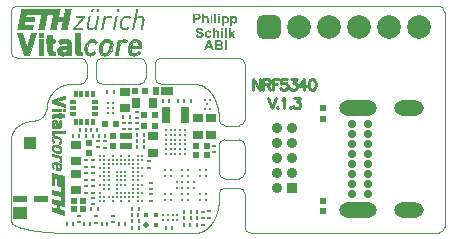
<source format=gts>
G04*
G04 #@! TF.GenerationSoftware,Altium Limited,Altium Designer,23.10.1 (27)*
G04*
G04 Layer_Color=8388736*
%FSLAX44Y44*%
%MOMM*%
G71*
G04*
G04 #@! TF.SameCoordinates,75C69956-F49F-4592-A11B-EFE5AB9CB6E8*
G04*
G04*
G04 #@! TF.FilePolarity,Negative*
G04*
G01*
G75*
%ADD14C,0.2540*%
%ADD16C,0.0500*%
%ADD23C,0.2000*%
%ADD24C,0.2200*%
%ADD25C,0.2295*%
%ADD26C,0.1900*%
%ADD27R,1.0500X0.7000*%
%ADD28R,0.5200X0.7000*%
%ADD31R,1.1400X0.5750*%
%ADD43C,0.0299*%
%ADD44R,0.5334X0.3048*%
%ADD45R,0.3048X0.5334*%
%ADD46R,0.2500X0.3500*%
%ADD47R,0.3500X0.2500*%
%ADD48R,0.9000X0.8000*%
%ADD49R,0.5200X0.4700*%
%ADD50R,0.6000X0.5000*%
%ADD51R,0.4500X0.2800*%
%ADD52R,0.8000X0.9000*%
%ADD53R,0.8000X1.4000*%
%ADD54R,0.5000X0.6000*%
%ADD55R,0.2800X0.4500*%
%ADD56R,1.2000X1.0000*%
%ADD57R,1.0000X1.0000*%
%ADD58R,1.2000X0.5000*%
%ADD59R,0.4500X0.4500*%
G04:AMPARAMS|DCode=60|XSize=0.45mm|YSize=0.45mm|CornerRadius=0.1125mm|HoleSize=0mm|Usage=FLASHONLY|Rotation=90.000|XOffset=0mm|YOffset=0mm|HoleType=Round|Shape=RoundedRectangle|*
%AMROUNDEDRECTD60*
21,1,0.4500,0.2250,0,0,90.0*
21,1,0.2250,0.4500,0,0,90.0*
1,1,0.2250,0.1125,0.1125*
1,1,0.2250,0.1125,-0.1125*
1,1,0.2250,-0.1125,-0.1125*
1,1,0.2250,-0.1125,0.1125*
%
%ADD60ROUNDEDRECTD60*%
%ADD61C,2.0000*%
G04:AMPARAMS|DCode=62|XSize=2mm|YSize=2mm|CornerRadius=0.5mm|HoleSize=0mm|Usage=FLASHONLY|Rotation=90.000|XOffset=0mm|YOffset=0mm|HoleType=Round|Shape=RoundedRectangle|*
%AMROUNDEDRECTD62*
21,1,2.0000,1.0000,0,0,90.0*
21,1,1.0000,2.0000,0,0,90.0*
1,1,1.0000,0.5000,0.5000*
1,1,1.0000,0.5000,-0.5000*
1,1,1.0000,-0.5000,-0.5000*
1,1,1.0000,-0.5000,0.5000*
%
%ADD62ROUNDEDRECTD62*%
%ADD63O,2.5000X1.3000*%
%ADD64C,0.7000*%
%ADD65O,3.2000X1.3000*%
%ADD66C,0.9000*%
G04:AMPARAMS|DCode=67|XSize=0.9mm|YSize=0.9mm|CornerRadius=0.225mm|HoleSize=0mm|Usage=FLASHONLY|Rotation=180.000|XOffset=0mm|YOffset=0mm|HoleType=Round|Shape=RoundedRectangle|*
%AMROUNDEDRECTD67*
21,1,0.9000,0.4500,0,0,180.0*
21,1,0.4500,0.9000,0,0,180.0*
1,1,0.4500,-0.2250,0.2250*
1,1,0.4500,0.2250,0.2250*
1,1,0.4500,0.2250,-0.2250*
1,1,0.4500,-0.2250,-0.2250*
%
%ADD67ROUNDEDRECTD67*%
G36*
X91301Y188895D02*
X91230D01*
Y188538D01*
X91159D01*
Y188182D01*
X91088D01*
Y187826D01*
X91016D01*
Y187470D01*
X90945D01*
Y187113D01*
X89164D01*
Y187256D01*
X89235D01*
Y187612D01*
X89306D01*
Y187969D01*
X89378D01*
Y188325D01*
X89449D01*
Y188681D01*
X89520D01*
Y189037D01*
X89591D01*
Y189251D01*
X91301D01*
Y188895D01*
D02*
G37*
G36*
X74414D02*
X74343D01*
Y188538D01*
X74271D01*
Y188182D01*
X74200D01*
Y187826D01*
X74129D01*
Y187470D01*
X74058D01*
Y187113D01*
X72276D01*
Y187256D01*
X72348D01*
Y187612D01*
X72419D01*
Y187969D01*
X72490D01*
Y188325D01*
X72561D01*
Y188681D01*
X72632D01*
Y189037D01*
X72704D01*
Y189251D01*
X74414D01*
Y188895D01*
D02*
G37*
G36*
X69782D02*
X69711D01*
Y188538D01*
X69640D01*
Y188182D01*
X69569D01*
Y187826D01*
X69497D01*
Y187470D01*
X69426D01*
Y187113D01*
X67645D01*
Y187256D01*
X67716D01*
Y187612D01*
X67787D01*
Y187969D01*
X67859D01*
Y188325D01*
X67930D01*
Y188681D01*
X68001D01*
Y189037D01*
X68072D01*
Y189251D01*
X69782D01*
Y188895D01*
D02*
G37*
G36*
X176907Y184333D02*
X175309D01*
Y185810D01*
X176907D01*
Y184333D01*
D02*
G37*
G36*
X170443D02*
X168845D01*
Y185810D01*
X170443D01*
Y184333D01*
D02*
G37*
G36*
X189149Y183648D02*
X189233Y183636D01*
X189342Y183612D01*
X189462Y183588D01*
X189582Y183552D01*
X189726Y183515D01*
X189858Y183456D01*
X190014Y183395D01*
X190159Y183311D01*
X190315Y183215D01*
X190459Y183107D01*
X190603Y182975D01*
X190747Y182831D01*
X190759Y182819D01*
X190783Y182795D01*
X190819Y182747D01*
X190867Y182675D01*
X190916Y182603D01*
X190976Y182494D01*
X191048Y182374D01*
X191120Y182242D01*
X191180Y182086D01*
X191252Y181918D01*
X191312Y181725D01*
X191372Y181521D01*
X191408Y181293D01*
X191444Y181065D01*
X191468Y180800D01*
X191480Y180536D01*
Y180524D01*
Y180476D01*
Y180392D01*
X191468Y180284D01*
X191456Y180164D01*
X191444Y180019D01*
X191420Y179851D01*
X191384Y179683D01*
X191300Y179298D01*
X191240Y179106D01*
X191168Y178914D01*
X191084Y178722D01*
X190976Y178542D01*
X190867Y178361D01*
X190735Y178193D01*
X190723Y178181D01*
X190699Y178157D01*
X190663Y178121D01*
X190603Y178061D01*
X190531Y178001D01*
X190447Y177929D01*
X190351Y177857D01*
X190243Y177785D01*
X190110Y177701D01*
X189978Y177629D01*
X189678Y177496D01*
X189510Y177436D01*
X189330Y177400D01*
X189149Y177376D01*
X188957Y177364D01*
X188873D01*
X188777Y177376D01*
X188657Y177388D01*
X188513Y177412D01*
X188356Y177448D01*
X188200Y177496D01*
X188044Y177556D01*
X188032Y177568D01*
X187972Y177593D01*
X187900Y177653D01*
X187792Y177725D01*
X187660Y177809D01*
X187528Y177929D01*
X187371Y178073D01*
X187203Y178241D01*
Y175190D01*
X185605D01*
Y183528D01*
X187095D01*
Y182638D01*
X187107Y182663D01*
X187143Y182711D01*
X187215Y182795D01*
X187299Y182903D01*
X187407Y183023D01*
X187551Y183143D01*
X187696Y183263D01*
X187876Y183371D01*
X187900Y183383D01*
X187960Y183419D01*
X188068Y183468D01*
X188200Y183515D01*
X188356Y183564D01*
X188549Y183612D01*
X188753Y183648D01*
X188969Y183660D01*
X189065D01*
X189149Y183648D01*
D02*
G37*
G36*
X182049D02*
X182133Y183636D01*
X182241Y183612D01*
X182361Y183588D01*
X182481Y183552D01*
X182626Y183515D01*
X182758Y183456D01*
X182914Y183395D01*
X183058Y183311D01*
X183214Y183215D01*
X183359Y183107D01*
X183503Y182975D01*
X183647Y182831D01*
X183659Y182819D01*
X183683Y182795D01*
X183719Y182747D01*
X183767Y182675D01*
X183815Y182603D01*
X183875Y182494D01*
X183947Y182374D01*
X184019Y182242D01*
X184079Y182086D01*
X184151Y181918D01*
X184212Y181725D01*
X184272Y181521D01*
X184308Y181293D01*
X184344Y181065D01*
X184368Y180800D01*
X184380Y180536D01*
Y180524D01*
Y180476D01*
Y180392D01*
X184368Y180284D01*
X184356Y180164D01*
X184344Y180019D01*
X184320Y179851D01*
X184284Y179683D01*
X184200Y179298D01*
X184139Y179106D01*
X184067Y178914D01*
X183983Y178722D01*
X183875Y178542D01*
X183767Y178361D01*
X183635Y178193D01*
X183623Y178181D01*
X183599Y178157D01*
X183563Y178121D01*
X183503Y178061D01*
X183431Y178001D01*
X183347Y177929D01*
X183250Y177857D01*
X183142Y177785D01*
X183010Y177701D01*
X182878Y177629D01*
X182578Y177496D01*
X182409Y177436D01*
X182229Y177400D01*
X182049Y177376D01*
X181857Y177364D01*
X181773D01*
X181677Y177376D01*
X181556Y177388D01*
X181412Y177412D01*
X181256Y177448D01*
X181100Y177496D01*
X180944Y177556D01*
X180932Y177568D01*
X180872Y177593D01*
X180800Y177653D01*
X180691Y177725D01*
X180559Y177809D01*
X180427Y177929D01*
X180271Y178073D01*
X180103Y178241D01*
Y175190D01*
X178505D01*
Y183528D01*
X179995D01*
Y182638D01*
X180007Y182663D01*
X180043Y182711D01*
X180115Y182795D01*
X180199Y182903D01*
X180307Y183023D01*
X180451Y183143D01*
X180595Y183263D01*
X180776Y183371D01*
X180800Y183383D01*
X180860Y183419D01*
X180968Y183468D01*
X181100Y183515D01*
X181256Y183564D01*
X181448Y183612D01*
X181653Y183648D01*
X181869Y183660D01*
X181965D01*
X182049Y183648D01*
D02*
G37*
G36*
X83820Y183907D02*
X84247D01*
Y183836D01*
X84461D01*
Y183764D01*
X84675D01*
Y183693D01*
X84888D01*
Y183622D01*
X85031D01*
Y183551D01*
X85102D01*
Y183479D01*
X85245D01*
Y183408D01*
X85316D01*
Y183337D01*
X85458D01*
Y183266D01*
X85530D01*
Y183194D01*
X85601D01*
Y183123D01*
X85672D01*
Y183052D01*
X85744D01*
Y182981D01*
X85815D01*
Y182909D01*
X85886D01*
Y182767D01*
X85815D01*
Y182696D01*
X85672D01*
Y182624D01*
X85601D01*
Y182553D01*
X85530D01*
Y182482D01*
X85458D01*
Y182411D01*
X85387D01*
Y182339D01*
X85316D01*
Y182268D01*
X85245D01*
Y182197D01*
X85174D01*
Y182125D01*
X85031D01*
Y182054D01*
X84960D01*
Y181983D01*
X84888D01*
Y181912D01*
X84817D01*
Y181840D01*
X84746D01*
Y181769D01*
X84675D01*
Y181698D01*
X84604D01*
Y181627D01*
X84461D01*
Y181698D01*
X84390D01*
Y181769D01*
X84318D01*
Y181840D01*
X84247D01*
Y181912D01*
X84176D01*
Y181983D01*
X84105D01*
Y182054D01*
X83962D01*
Y182125D01*
X83891D01*
Y182197D01*
X83748D01*
Y182268D01*
X83606D01*
Y182339D01*
X83321D01*
Y182411D01*
X82252D01*
Y182339D01*
X81967D01*
Y182268D01*
X81753D01*
Y182197D01*
X81611D01*
Y182125D01*
X81468D01*
Y182054D01*
X81326D01*
Y181983D01*
X81183D01*
Y181912D01*
X81112D01*
Y181840D01*
X80969D01*
Y181769D01*
X80898D01*
Y181698D01*
X80827D01*
Y181627D01*
X80684D01*
Y181556D01*
X80613D01*
Y181484D01*
X80542D01*
Y181413D01*
X80471D01*
Y181342D01*
X80399D01*
Y181199D01*
X80328D01*
Y181128D01*
X80257D01*
Y181057D01*
X80186D01*
Y180986D01*
X80114D01*
Y180843D01*
X80043D01*
Y180772D01*
X79972D01*
Y180629D01*
X79901D01*
Y180487D01*
X79829D01*
Y180344D01*
X79758D01*
Y180202D01*
X79687D01*
Y180059D01*
X79616D01*
Y179845D01*
X79544D01*
Y179632D01*
X79473D01*
Y179347D01*
X79402D01*
Y179062D01*
X79331D01*
Y178705D01*
X79259D01*
Y178349D01*
X79188D01*
Y177993D01*
X79117D01*
Y177636D01*
X79046D01*
Y177280D01*
X78974D01*
Y176924D01*
X78903D01*
Y176568D01*
X78832D01*
Y176211D01*
X78760D01*
Y175855D01*
X78689D01*
Y175499D01*
X78618D01*
Y175142D01*
X78547D01*
Y174715D01*
X78475D01*
Y174359D01*
X78404D01*
Y174002D01*
X78333D01*
Y173646D01*
X78262D01*
Y173290D01*
X78190D01*
Y172934D01*
X78119D01*
Y172577D01*
X78048D01*
Y172221D01*
X77977D01*
Y171936D01*
X76195D01*
Y172007D01*
X76267D01*
Y172364D01*
X76338D01*
Y172720D01*
X76409D01*
Y173076D01*
X76480D01*
Y173432D01*
X76552D01*
Y173789D01*
X76623D01*
Y174145D01*
X76694D01*
Y174501D01*
X76765D01*
Y174858D01*
X76837D01*
Y175214D01*
X76908D01*
Y175570D01*
X76979D01*
Y175926D01*
X77050D01*
Y176283D01*
X77122D01*
Y176710D01*
X77193D01*
Y177066D01*
X77264D01*
Y177423D01*
X77335D01*
Y177779D01*
X77407D01*
Y178135D01*
X77478D01*
Y178491D01*
X77549D01*
Y178848D01*
X77620D01*
Y179204D01*
X77692D01*
Y179560D01*
X77763D01*
Y179917D01*
X77834D01*
Y180273D01*
X77906D01*
Y180629D01*
X77977D01*
Y180986D01*
X78048D01*
Y181342D01*
X78119D01*
Y181698D01*
X78190D01*
Y182054D01*
X78262D01*
Y182125D01*
Y182197D01*
Y182411D01*
X78333D01*
Y182767D01*
X78404D01*
Y183123D01*
X78475D01*
Y183479D01*
X78547D01*
Y183836D01*
X80257D01*
Y183479D01*
X80186D01*
Y183123D01*
X80114D01*
Y182767D01*
X80043D01*
Y182553D01*
X80114D01*
Y182624D01*
X80186D01*
Y182696D01*
X80257D01*
Y182767D01*
X80328D01*
Y182838D01*
X80399D01*
Y182909D01*
X80471D01*
Y182981D01*
X80542D01*
Y183052D01*
X80613D01*
Y183123D01*
X80756D01*
Y183194D01*
X80827D01*
Y183266D01*
X80898D01*
Y183337D01*
X81041D01*
Y183408D01*
X81183D01*
Y183479D01*
X81326D01*
Y183551D01*
X81468D01*
Y183622D01*
X81611D01*
Y183693D01*
X81825D01*
Y183764D01*
X82038D01*
Y183836D01*
X82323D01*
Y183907D01*
X82751D01*
Y183978D01*
X83820D01*
Y183907D01*
D02*
G37*
G36*
X51256Y189109D02*
X51185D01*
Y188752D01*
X51114D01*
Y188396D01*
X51042D01*
Y188040D01*
X50971D01*
Y187755D01*
X50900D01*
Y187398D01*
X50828D01*
Y187042D01*
X50757D01*
Y186686D01*
X50686D01*
Y186330D01*
X50615D01*
Y185973D01*
X50543D01*
Y185617D01*
X50472D01*
Y185261D01*
X50401D01*
Y184904D01*
X50330D01*
Y184548D01*
X50258D01*
Y184192D01*
X50187D01*
Y183836D01*
X50116D01*
Y183479D01*
X50045D01*
Y183123D01*
X49973D01*
Y182767D01*
X49902D01*
Y182411D01*
X49831D01*
Y182054D01*
X49760D01*
Y181698D01*
X49688D01*
Y181342D01*
X49617D01*
Y180986D01*
X49546D01*
Y180629D01*
X49475D01*
Y180273D01*
X49403D01*
Y179917D01*
X49332D01*
Y179560D01*
X49261D01*
Y179204D01*
X49190D01*
Y178848D01*
X49118D01*
Y178491D01*
X49047D01*
Y178135D01*
X48976D01*
Y177779D01*
X48905D01*
Y177423D01*
X48833D01*
Y177066D01*
X48762D01*
Y176710D01*
X48691D01*
Y176354D01*
X48619D01*
Y175998D01*
X48548D01*
Y175641D01*
X48477D01*
Y175285D01*
X48406D01*
Y174929D01*
X48334D01*
Y174573D01*
X48263D01*
Y174216D01*
X48192D01*
Y173860D01*
X48121D01*
Y173504D01*
X48050D01*
Y173219D01*
X47978D01*
Y172862D01*
X47907D01*
Y172506D01*
X47836D01*
Y172150D01*
X47764D01*
Y171936D01*
X42349D01*
Y172221D01*
X42420D01*
Y172577D01*
X42492D01*
Y172934D01*
X42563D01*
Y173290D01*
X42634D01*
Y173646D01*
X42705D01*
Y174002D01*
X42777D01*
Y174359D01*
X42848D01*
Y174715D01*
X42919D01*
Y175071D01*
X42990D01*
Y175428D01*
X43062D01*
Y175784D01*
X43133D01*
Y176140D01*
X43204D01*
Y176496D01*
X43275D01*
Y176853D01*
X43347D01*
Y177209D01*
X43418D01*
Y177565D01*
X43489D01*
Y177922D01*
X43560D01*
Y178278D01*
X43632D01*
Y178634D01*
X39784D01*
Y178563D01*
X39713D01*
Y178207D01*
X39641D01*
Y177850D01*
X39570D01*
Y177494D01*
X39499D01*
Y177138D01*
X39428D01*
Y176781D01*
X39356D01*
Y176425D01*
X39285D01*
Y176069D01*
X39214D01*
Y175713D01*
X39143D01*
Y175356D01*
X39071D01*
Y175000D01*
X39000D01*
Y174644D01*
X38929D01*
Y174287D01*
X38858D01*
Y173931D01*
X38786D01*
Y173575D01*
X38715D01*
Y173219D01*
X38644D01*
Y172862D01*
X38572D01*
Y172506D01*
X38501D01*
Y172150D01*
X38430D01*
Y171936D01*
X33015D01*
Y172221D01*
X33086D01*
Y172577D01*
X33157D01*
Y172862D01*
X33228D01*
Y173219D01*
X33300D01*
Y173575D01*
X33371D01*
Y173931D01*
X33442D01*
Y174287D01*
X33513D01*
Y174644D01*
X33585D01*
Y175000D01*
X33656D01*
Y175356D01*
X33727D01*
Y175713D01*
X33798D01*
Y176069D01*
X33870D01*
Y176425D01*
X33941D01*
Y176781D01*
X34012D01*
Y177138D01*
X34083D01*
Y177494D01*
X34155D01*
Y177850D01*
X34226D01*
Y178207D01*
X34297D01*
Y178563D01*
X34368D01*
Y178919D01*
X34440D01*
Y179275D01*
X34511D01*
Y179632D01*
X34582D01*
Y179988D01*
X34653D01*
Y180344D01*
X34725D01*
Y180700D01*
X34796D01*
Y181057D01*
X34867D01*
Y181413D01*
X34938D01*
Y181769D01*
X35010D01*
Y182125D01*
X35081D01*
Y182482D01*
X35152D01*
Y182838D01*
X35224D01*
Y183194D01*
X35295D01*
Y183551D01*
X35366D01*
Y183907D01*
X35437D01*
Y184263D01*
X35508D01*
Y184620D01*
X35580D01*
Y184904D01*
X31019D01*
Y184548D01*
X30948D01*
Y184263D01*
X30877D01*
Y183907D01*
X30806D01*
Y183551D01*
X30734D01*
Y183194D01*
X30663D01*
Y182838D01*
X30592D01*
Y182482D01*
X30521D01*
Y182125D01*
X30449D01*
Y181769D01*
X30378D01*
Y181413D01*
X30307D01*
Y181057D01*
X30236D01*
Y180700D01*
X30164D01*
Y180344D01*
X30093D01*
Y179988D01*
X30022D01*
Y179632D01*
X29951D01*
Y179275D01*
X29879D01*
Y178919D01*
X29808D01*
Y178563D01*
X29737D01*
Y178207D01*
X29666D01*
Y177850D01*
X29594D01*
Y177494D01*
X29523D01*
Y177138D01*
X29452D01*
Y176781D01*
X29381D01*
Y176425D01*
X29309D01*
Y176069D01*
X29238D01*
Y175713D01*
X29167D01*
Y175356D01*
X29095D01*
Y175000D01*
X29024D01*
Y174644D01*
X28953D01*
Y174287D01*
X28882D01*
Y173931D01*
X28811D01*
Y173575D01*
X28739D01*
Y173219D01*
X28668D01*
Y172862D01*
X28597D01*
Y172506D01*
X28526D01*
Y172150D01*
X28454D01*
Y171936D01*
X23039D01*
Y172221D01*
X23110D01*
Y172577D01*
X23181D01*
Y172934D01*
X23253D01*
Y173290D01*
X23324D01*
Y173646D01*
X23395D01*
Y174002D01*
X23466D01*
Y174359D01*
X23538D01*
Y174715D01*
X23609D01*
Y175071D01*
X23680D01*
Y175428D01*
X23751D01*
Y175784D01*
X23823D01*
Y176140D01*
X23894D01*
Y176496D01*
X23965D01*
Y176853D01*
X24036D01*
Y177209D01*
X24108D01*
Y177565D01*
X24179D01*
Y177922D01*
X24250D01*
Y178278D01*
X24321D01*
Y178634D01*
X24393D01*
Y178990D01*
X24464D01*
Y179347D01*
X24535D01*
Y179703D01*
X24606D01*
Y180059D01*
X24678D01*
Y180415D01*
X24749D01*
Y180772D01*
X24820D01*
Y181128D01*
X24892D01*
Y181484D01*
X24963D01*
Y181840D01*
X25034D01*
Y182197D01*
X25105D01*
Y182553D01*
X25176D01*
Y182909D01*
X25248D01*
Y183194D01*
X25319D01*
Y183551D01*
X25390D01*
Y183907D01*
X25461D01*
Y184263D01*
X25533D01*
Y184620D01*
X25604D01*
Y184904D01*
X13206D01*
Y184620D01*
X13134D01*
Y184263D01*
X13063D01*
Y183907D01*
X12992D01*
Y183551D01*
X12921D01*
Y183194D01*
X12849D01*
Y182838D01*
X12778D01*
Y182553D01*
X20545D01*
Y182197D01*
X20474D01*
Y181840D01*
X20402D01*
Y181484D01*
X20331D01*
Y181128D01*
X20260D01*
Y180772D01*
X20189D01*
Y180415D01*
X20117D01*
Y180059D01*
X20046D01*
Y179703D01*
X19975D01*
Y179347D01*
X19904D01*
Y178990D01*
X19832D01*
Y178705D01*
X19761D01*
Y178634D01*
X11994D01*
Y178563D01*
X11923D01*
Y178207D01*
X11852D01*
Y177850D01*
X11781D01*
Y177494D01*
X11709D01*
Y177138D01*
X11638D01*
Y176781D01*
X11567D01*
Y176425D01*
X11495D01*
Y176283D01*
X19262D01*
Y176211D01*
X19333D01*
Y176140D01*
X19262D01*
Y175784D01*
X19191D01*
Y175428D01*
X19120D01*
Y175071D01*
X19049D01*
Y174715D01*
X18977D01*
Y174359D01*
X18906D01*
Y174002D01*
X18835D01*
Y173646D01*
X18764D01*
Y173290D01*
X18692D01*
Y172934D01*
X18621D01*
Y172577D01*
X18550D01*
Y172221D01*
X18478D01*
Y171936D01*
X5225D01*
Y172150D01*
X5296D01*
Y172506D01*
X5368D01*
Y172862D01*
X5439D01*
Y173219D01*
X5510D01*
Y173575D01*
X5581D01*
Y173931D01*
X5652D01*
Y174287D01*
X5724D01*
Y174644D01*
X5795D01*
Y175000D01*
X5866D01*
Y175356D01*
X5938D01*
Y175713D01*
X6009D01*
Y176069D01*
X6080D01*
Y176425D01*
X6151D01*
Y176781D01*
X6223D01*
Y177138D01*
X6294D01*
Y177494D01*
X6365D01*
Y177850D01*
X6436D01*
Y178207D01*
X6508D01*
Y178563D01*
X6579D01*
Y178919D01*
X6650D01*
Y179275D01*
X6721D01*
Y179632D01*
X6793D01*
Y179988D01*
X6864D01*
Y180344D01*
X6935D01*
Y180700D01*
X7006D01*
Y181057D01*
X7078D01*
Y181413D01*
X7149D01*
Y181769D01*
X7220D01*
Y182125D01*
X7291D01*
Y182482D01*
X7363D01*
Y182838D01*
X7434D01*
Y183194D01*
X7505D01*
Y183479D01*
X7576D01*
Y183836D01*
X7648D01*
Y184192D01*
X7719D01*
Y184548D01*
X7790D01*
Y184904D01*
X7861D01*
Y185261D01*
X7933D01*
Y185617D01*
X8004D01*
Y185973D01*
X8075D01*
Y186330D01*
X8146D01*
Y186686D01*
X8218D01*
Y187042D01*
X8289D01*
Y187398D01*
X8360D01*
Y187755D01*
X8432D01*
Y188111D01*
X8503D01*
Y188467D01*
X8574D01*
Y188824D01*
X8645D01*
Y189180D01*
X8716D01*
Y189251D01*
X41922D01*
Y189180D01*
X41850D01*
Y188824D01*
X41779D01*
Y188467D01*
X41708D01*
Y188111D01*
X41637D01*
Y187755D01*
X41565D01*
Y187398D01*
X41494D01*
Y187042D01*
X41423D01*
Y186686D01*
X41351D01*
Y186330D01*
X41280D01*
Y185973D01*
X41209D01*
Y185617D01*
X41138D01*
Y185332D01*
X41066D01*
Y184976D01*
X40995D01*
Y184620D01*
X40924D01*
Y184263D01*
X40853D01*
Y183907D01*
X40781D01*
Y183551D01*
X40710D01*
Y183194D01*
X40639D01*
Y182838D01*
X40568D01*
Y182553D01*
X44487D01*
Y182909D01*
X44558D01*
Y183266D01*
X44629D01*
Y183622D01*
X44700D01*
Y183978D01*
X44772D01*
Y184335D01*
X44843D01*
Y184691D01*
X44914D01*
Y185047D01*
X44985D01*
Y185332D01*
X45057D01*
Y185688D01*
X45128D01*
Y186045D01*
X45199D01*
Y186401D01*
X45271D01*
Y186757D01*
X45342D01*
Y187113D01*
X45413D01*
Y187470D01*
X45484D01*
Y187826D01*
X45556D01*
Y188182D01*
X45627D01*
Y188538D01*
X45698D01*
Y188824D01*
X45769D01*
Y189180D01*
X45841D01*
Y189251D01*
X51256D01*
Y189109D01*
D02*
G37*
G36*
X98783Y183907D02*
X99211D01*
Y183836D01*
X99496D01*
Y183764D01*
X99710D01*
Y183693D01*
X99923D01*
Y183622D01*
X100066D01*
Y183551D01*
X100208D01*
Y183479D01*
X100351D01*
Y183408D01*
X100422D01*
Y183337D01*
X100565D01*
Y183266D01*
X100636D01*
Y183194D01*
X100707D01*
Y183123D01*
X100778D01*
Y183052D01*
X100921D01*
Y182981D01*
X100992D01*
Y182909D01*
X101063D01*
Y182838D01*
X101135D01*
Y182767D01*
X101206D01*
Y182696D01*
X101277D01*
Y182553D01*
X101348D01*
Y182482D01*
X101420D01*
Y182411D01*
X101491D01*
Y182339D01*
X101562D01*
Y182125D01*
X101491D01*
Y182054D01*
X101420D01*
Y181983D01*
X101348D01*
Y181912D01*
X101277D01*
Y181840D01*
X101135D01*
Y181769D01*
X101063D01*
Y181698D01*
X100992D01*
Y181627D01*
X100921D01*
Y181556D01*
X100850D01*
Y181484D01*
X100707D01*
Y181413D01*
X100636D01*
Y181342D01*
X100565D01*
Y181271D01*
X100493D01*
Y181199D01*
X100422D01*
Y181128D01*
X100280D01*
Y181199D01*
X100208D01*
Y181342D01*
X100137D01*
Y181413D01*
X100066D01*
Y181484D01*
X99995D01*
Y181556D01*
X99923D01*
Y181627D01*
X99852D01*
Y181769D01*
X99710D01*
Y181840D01*
X99638D01*
Y181912D01*
X99567D01*
Y181983D01*
X99496D01*
Y182054D01*
X99353D01*
Y182125D01*
X99282D01*
Y182197D01*
X99068D01*
Y182268D01*
X98926D01*
Y182339D01*
X98641D01*
Y182411D01*
X97358D01*
Y182339D01*
X97073D01*
Y182268D01*
X96788D01*
Y182197D01*
X96646D01*
Y182125D01*
X96503D01*
Y182054D01*
X96361D01*
Y181983D01*
X96218D01*
Y181912D01*
X96076D01*
Y181840D01*
X96004D01*
Y181769D01*
X95862D01*
Y181698D01*
X95791D01*
Y181627D01*
X95719D01*
Y181556D01*
X95648D01*
Y181484D01*
X95577D01*
Y181413D01*
X95506D01*
Y181342D01*
X95434D01*
Y181271D01*
X95363D01*
Y181199D01*
X95292D01*
Y181128D01*
X95220D01*
Y181057D01*
X95149D01*
Y180986D01*
X95078D01*
Y180843D01*
X95007D01*
Y180772D01*
X94936D01*
Y180700D01*
X94864D01*
Y180558D01*
X94793D01*
Y180415D01*
X94722D01*
Y180344D01*
X94650D01*
Y180202D01*
X94579D01*
Y180059D01*
X94508D01*
Y179917D01*
X94437D01*
Y179703D01*
X94366D01*
Y179560D01*
X94294D01*
Y179347D01*
X94223D01*
Y179204D01*
X94152D01*
Y178990D01*
X94080D01*
Y178705D01*
X94009D01*
Y178420D01*
X93938D01*
Y178135D01*
X93867D01*
Y177779D01*
X93795D01*
Y177351D01*
X93724D01*
Y176781D01*
X93653D01*
Y175641D01*
X93724D01*
Y175214D01*
X93795D01*
Y174929D01*
X93867D01*
Y174786D01*
X93938D01*
Y174573D01*
X94009D01*
Y174501D01*
X94080D01*
Y174359D01*
X94152D01*
Y174287D01*
X94223D01*
Y174145D01*
X94294D01*
Y174074D01*
X94366D01*
Y174002D01*
X94437D01*
Y173931D01*
X94508D01*
Y173860D01*
X94579D01*
Y173789D01*
X94722D01*
Y173717D01*
X94793D01*
Y173646D01*
X94936D01*
Y173575D01*
X95078D01*
Y173504D01*
X95292D01*
Y173432D01*
X95506D01*
Y173361D01*
X95933D01*
Y173290D01*
X96503D01*
Y173361D01*
X97002D01*
Y173432D01*
X97287D01*
Y173504D01*
X97501D01*
Y173575D01*
X97643D01*
Y173646D01*
X97786D01*
Y173717D01*
X97928D01*
Y173789D01*
X98071D01*
Y173860D01*
X98142D01*
Y173931D01*
X98285D01*
Y174002D01*
X98356D01*
Y174074D01*
X98427D01*
Y174145D01*
X98498D01*
Y174216D01*
X98641D01*
Y174287D01*
X98712D01*
Y174359D01*
X98783D01*
Y174430D01*
X98855D01*
Y174501D01*
X98926D01*
Y174573D01*
X98997D01*
Y174644D01*
X99140D01*
Y174573D01*
X99211D01*
Y174501D01*
X99282D01*
Y174430D01*
X99353D01*
Y174287D01*
X99425D01*
Y174216D01*
X99496D01*
Y174145D01*
X99567D01*
Y174074D01*
X99638D01*
Y174002D01*
X99710D01*
Y173860D01*
X99781D01*
Y173789D01*
X99852D01*
Y173717D01*
X99923D01*
Y173646D01*
X99995D01*
Y173504D01*
X100066D01*
Y173361D01*
X99995D01*
Y173290D01*
X99852D01*
Y173219D01*
X99781D01*
Y173147D01*
X99710D01*
Y173076D01*
X99638D01*
Y173005D01*
X99567D01*
Y172934D01*
X99496D01*
Y172862D01*
X99353D01*
Y172791D01*
X99282D01*
Y172720D01*
X99140D01*
Y172649D01*
X99068D01*
Y172577D01*
X98926D01*
Y172506D01*
X98783D01*
Y172435D01*
X98712D01*
Y172364D01*
X98569D01*
Y172292D01*
X98356D01*
Y172221D01*
X98213D01*
Y172150D01*
X98071D01*
Y172078D01*
X97857D01*
Y172007D01*
X97572D01*
Y171936D01*
X97287D01*
Y171865D01*
X96931D01*
Y171793D01*
X95363D01*
Y171865D01*
X94936D01*
Y171936D01*
X94650D01*
Y172007D01*
X94437D01*
Y172078D01*
X94294D01*
Y172150D01*
X94080D01*
Y172221D01*
X93938D01*
Y172292D01*
X93795D01*
Y172364D01*
X93724D01*
Y172435D01*
X93582D01*
Y172506D01*
X93510D01*
Y172577D01*
X93368D01*
Y172649D01*
X93297D01*
Y172720D01*
X93225D01*
Y172791D01*
X93154D01*
Y172862D01*
X93083D01*
Y172934D01*
X93012D01*
Y173005D01*
X92940D01*
Y173076D01*
X92869D01*
Y173147D01*
X92798D01*
Y173290D01*
X92727D01*
Y173361D01*
X92655D01*
Y173432D01*
X92584D01*
Y173575D01*
X92513D01*
Y173717D01*
X92442D01*
Y173860D01*
X92370D01*
Y174002D01*
X92299D01*
Y174145D01*
X92228D01*
Y174359D01*
X92156D01*
Y174573D01*
X92085D01*
Y174858D01*
X92014D01*
Y175285D01*
X91943D01*
Y177066D01*
X92014D01*
Y177636D01*
X92085D01*
Y177993D01*
X92156D01*
Y178349D01*
X92228D01*
Y178705D01*
X92299D01*
Y178919D01*
X92370D01*
Y179204D01*
X92442D01*
Y179418D01*
X92513D01*
Y179632D01*
X92584D01*
Y179845D01*
X92655D01*
Y179988D01*
X92727D01*
Y180202D01*
X92798D01*
Y180344D01*
X92869D01*
Y180487D01*
X92940D01*
Y180629D01*
X93012D01*
Y180772D01*
X93083D01*
Y180914D01*
X93154D01*
Y181057D01*
X93225D01*
Y181128D01*
X93297D01*
Y181271D01*
X93368D01*
Y181413D01*
X93439D01*
Y181484D01*
X93510D01*
Y181627D01*
X93582D01*
Y181698D01*
X93653D01*
Y181769D01*
X93724D01*
Y181912D01*
X93795D01*
Y181983D01*
X93867D01*
Y182054D01*
X93938D01*
Y182125D01*
X94009D01*
Y182197D01*
X94080D01*
Y182268D01*
X94152D01*
Y182339D01*
X94223D01*
Y182411D01*
X94294D01*
Y182482D01*
X94366D01*
Y182553D01*
X94437D01*
Y182624D01*
X94508D01*
Y182696D01*
X94579D01*
Y182767D01*
X94650D01*
Y182838D01*
X94793D01*
Y182909D01*
X94864D01*
Y182981D01*
X94936D01*
Y183052D01*
X95078D01*
Y183123D01*
X95149D01*
Y183194D01*
X95292D01*
Y183266D01*
X95434D01*
Y183337D01*
X95577D01*
Y183408D01*
X95719D01*
Y183479D01*
X95862D01*
Y183551D01*
X96004D01*
Y183622D01*
X96218D01*
Y183693D01*
X96432D01*
Y183764D01*
X96717D01*
Y183836D01*
X97002D01*
Y183907D01*
X97501D01*
Y183978D01*
X98783D01*
Y183907D01*
D02*
G37*
G36*
X176907Y177496D02*
X175309D01*
Y183528D01*
X176907D01*
Y177496D01*
D02*
G37*
G36*
X173675D02*
X172077D01*
Y185810D01*
X173675D01*
Y177496D01*
D02*
G37*
G36*
X170443D02*
X168845D01*
Y183528D01*
X170443D01*
Y177496D01*
D02*
G37*
G36*
X163331Y182735D02*
X163343Y182747D01*
X163367Y182771D01*
X163415Y182819D01*
X163463Y182879D01*
X163547Y182951D01*
X163631Y183023D01*
X163739Y183107D01*
X163848Y183203D01*
X163980Y183287D01*
X164124Y183371D01*
X164436Y183515D01*
X164604Y183576D01*
X164785Y183624D01*
X164977Y183648D01*
X165169Y183660D01*
X165265D01*
X165373Y183648D01*
X165506Y183636D01*
X165662Y183612D01*
X165818Y183564D01*
X165998Y183515D01*
X166166Y183443D01*
X166190Y183431D01*
X166238Y183407D01*
X166322Y183359D01*
X166418Y183299D01*
X166527Y183227D01*
X166635Y183143D01*
X166743Y183035D01*
X166839Y182927D01*
X166851Y182915D01*
X166875Y182867D01*
X166911Y182807D01*
X166959Y182723D01*
X167019Y182614D01*
X167067Y182494D01*
X167115Y182362D01*
X167151Y182218D01*
Y182206D01*
X167163Y182146D01*
X167175Y182050D01*
X167199Y181930D01*
X167211Y181761D01*
X167223Y181557D01*
X167236Y181317D01*
Y181029D01*
Y177496D01*
X165638D01*
Y180668D01*
Y180680D01*
Y180704D01*
Y180752D01*
Y180824D01*
Y180896D01*
Y180980D01*
X165626Y181173D01*
X165614Y181377D01*
X165602Y181581D01*
X165578Y181749D01*
X165553Y181810D01*
X165541Y181870D01*
Y181882D01*
X165518Y181918D01*
X165493Y181954D01*
X165469Y182014D01*
X165361Y182146D01*
X165301Y182218D01*
X165217Y182278D01*
X165205Y182290D01*
X165181Y182302D01*
X165121Y182326D01*
X165061Y182362D01*
X164977Y182386D01*
X164881Y182410D01*
X164761Y182422D01*
X164640Y182434D01*
X164568D01*
X164496Y182422D01*
X164400Y182410D01*
X164292Y182386D01*
X164172Y182350D01*
X164052Y182302D01*
X163932Y182230D01*
X163920Y182218D01*
X163883Y182194D01*
X163824Y182146D01*
X163763Y182086D01*
X163679Y182002D01*
X163607Y181906D01*
X163535Y181786D01*
X163475Y181653D01*
Y181641D01*
X163451Y181581D01*
X163427Y181497D01*
X163403Y181365D01*
X163379Y181209D01*
X163355Y181005D01*
X163343Y180776D01*
X163331Y180512D01*
Y177496D01*
X161733D01*
Y185810D01*
X163331D01*
Y182735D01*
D02*
G37*
G36*
X157216Y185798D02*
X157528D01*
X157864Y185774D01*
X158201Y185750D01*
X158345Y185738D01*
X158489Y185726D01*
X158609Y185702D01*
X158705Y185678D01*
X158717D01*
X158742Y185666D01*
X158778Y185654D01*
X158826Y185642D01*
X158958Y185582D01*
X159126Y185510D01*
X159306Y185402D01*
X159510Y185258D01*
X159703Y185077D01*
X159895Y184861D01*
Y184849D01*
X159919Y184837D01*
X159943Y184801D01*
X159967Y184753D01*
X160015Y184681D01*
X160051Y184609D01*
X160099Y184525D01*
X160147Y184429D01*
X160231Y184188D01*
X160315Y183924D01*
X160363Y183600D01*
X160387Y183251D01*
Y183239D01*
Y183215D01*
Y183179D01*
Y183119D01*
X160375Y183059D01*
Y182975D01*
X160351Y182807D01*
X160315Y182603D01*
X160267Y182374D01*
X160195Y182158D01*
X160099Y181954D01*
X160087Y181930D01*
X160051Y181870D01*
X159991Y181773D01*
X159907Y181653D01*
X159811Y181533D01*
X159679Y181389D01*
X159546Y181257D01*
X159390Y181137D01*
X159366Y181125D01*
X159318Y181089D01*
X159234Y181041D01*
X159126Y180980D01*
X158994Y180909D01*
X158850Y180848D01*
X158693Y180788D01*
X158525Y180740D01*
X158501D01*
X158465Y180728D01*
X158417D01*
X158357Y180716D01*
X158273Y180704D01*
X158189Y180692D01*
X158081D01*
X157973Y180680D01*
X157840Y180668D01*
X157696Y180656D01*
X157540Y180644D01*
X157372D01*
X157192Y180632D01*
X155702D01*
Y177496D01*
X154020D01*
Y185810D01*
X157084D01*
X157216Y185798D01*
D02*
G37*
G36*
X74699Y183764D02*
X74628D01*
Y183408D01*
X74556D01*
Y183052D01*
X74485D01*
Y182696D01*
X74414D01*
Y182339D01*
X74343D01*
Y181983D01*
X74271D01*
Y181627D01*
X74200D01*
Y181271D01*
X74129D01*
Y180914D01*
X74058D01*
Y180558D01*
X73986D01*
Y180202D01*
X73915D01*
Y179845D01*
X73844D01*
Y179489D01*
X73773D01*
Y179133D01*
X73701D01*
Y178777D01*
X73630D01*
Y178420D01*
X73559D01*
Y178064D01*
X73488D01*
Y177708D01*
X73416D01*
Y177351D01*
X73345D01*
Y176995D01*
X73274D01*
Y176639D01*
X73203D01*
Y176283D01*
X73131D01*
Y175926D01*
X73060D01*
Y175570D01*
X72989D01*
Y175214D01*
X72918D01*
Y174858D01*
X72846D01*
Y174501D01*
X72775D01*
Y174145D01*
X72704D01*
Y173789D01*
X72632D01*
Y173432D01*
X72561D01*
Y173076D01*
X72490D01*
Y172720D01*
X72419D01*
Y172364D01*
X72348D01*
Y172007D01*
X72276D01*
Y171936D01*
X70566D01*
Y172007D01*
X70637D01*
Y172364D01*
X70709D01*
Y172791D01*
X70780D01*
Y173076D01*
X70709D01*
Y173005D01*
X70637D01*
Y172934D01*
X70566D01*
Y172862D01*
X70424D01*
Y172791D01*
X70352D01*
Y172720D01*
X70281D01*
Y172649D01*
X70210D01*
Y172577D01*
X70067D01*
Y172506D01*
X69996D01*
Y172435D01*
X69854D01*
Y172364D01*
X69711D01*
Y172292D01*
X69640D01*
Y172221D01*
X69426D01*
Y172150D01*
X69284D01*
Y172078D01*
X69070D01*
Y172007D01*
X68856D01*
Y171936D01*
X68571D01*
Y171865D01*
X68215D01*
Y171793D01*
X66718D01*
Y171865D01*
X66362D01*
Y171936D01*
X66148D01*
Y172007D01*
X65935D01*
Y172078D01*
X65792D01*
Y172150D01*
X65650D01*
Y172221D01*
X65507D01*
Y172292D01*
X65436D01*
Y172364D01*
X65364D01*
Y172435D01*
X65222D01*
Y172506D01*
X65151D01*
Y172577D01*
X65079D01*
Y172649D01*
X65008D01*
Y172720D01*
X64937D01*
Y172791D01*
X64866D01*
Y172862D01*
X64795D01*
Y172934D01*
X64723D01*
Y173076D01*
X64652D01*
Y173147D01*
X64581D01*
Y173290D01*
X64509D01*
Y173361D01*
X64438D01*
Y173504D01*
X64367D01*
Y173717D01*
X64296D01*
Y173931D01*
X64224D01*
Y174145D01*
X64153D01*
Y174501D01*
X64082D01*
Y175784D01*
X64153D01*
Y176211D01*
X64224D01*
Y176568D01*
X64296D01*
Y176924D01*
X64367D01*
Y177280D01*
X64438D01*
Y177636D01*
X64509D01*
Y177993D01*
X64581D01*
Y178349D01*
X64652D01*
Y178705D01*
X64723D01*
Y179062D01*
X64795D01*
Y179418D01*
X64866D01*
Y179774D01*
X64937D01*
Y180130D01*
X65008D01*
Y180487D01*
X65079D01*
Y180843D01*
X65151D01*
Y181199D01*
X65222D01*
Y181556D01*
X65293D01*
Y181912D01*
X65364D01*
Y182268D01*
X65436D01*
Y182624D01*
X65507D01*
Y182981D01*
X65578D01*
Y183337D01*
X65650D01*
Y183693D01*
X65721D01*
Y183836D01*
X67431D01*
Y183622D01*
X67360D01*
Y183266D01*
X67288D01*
Y182909D01*
X67217D01*
Y182553D01*
X67146D01*
Y182197D01*
X67075D01*
Y181840D01*
X67003D01*
Y181484D01*
X66932D01*
Y181128D01*
X66861D01*
Y180772D01*
X66790D01*
Y180415D01*
X66718D01*
Y180059D01*
X66647D01*
Y179703D01*
X66576D01*
Y179347D01*
X66505D01*
Y178990D01*
X66433D01*
Y178634D01*
X66362D01*
Y178420D01*
Y178349D01*
Y178278D01*
X66291D01*
Y177922D01*
X66220D01*
Y177565D01*
X66148D01*
Y177209D01*
X66077D01*
Y176853D01*
X66006D01*
Y176496D01*
X65935D01*
Y175998D01*
X65863D01*
Y174858D01*
X65935D01*
Y174573D01*
X66006D01*
Y174430D01*
X66077D01*
Y174287D01*
X66148D01*
Y174145D01*
X66220D01*
Y174074D01*
X66291D01*
Y173931D01*
X66362D01*
Y173860D01*
X66433D01*
Y173789D01*
X66576D01*
Y173717D01*
X66647D01*
Y173646D01*
X66790D01*
Y173575D01*
X66861D01*
Y173504D01*
X67075D01*
Y173432D01*
X67288D01*
Y173361D01*
X67716D01*
Y173290D01*
X68286D01*
Y173361D01*
X68713D01*
Y173432D01*
X68927D01*
Y173504D01*
X69141D01*
Y173575D01*
X69355D01*
Y173646D01*
X69497D01*
Y173717D01*
X69640D01*
Y173789D01*
X69782D01*
Y173860D01*
X69854D01*
Y173931D01*
X69996D01*
Y174002D01*
X70067D01*
Y174074D01*
X70139D01*
Y174145D01*
X70210D01*
Y174216D01*
X70281D01*
Y174287D01*
X70352D01*
Y174359D01*
X70424D01*
Y174430D01*
X70495D01*
Y174501D01*
X70566D01*
Y174573D01*
X70637D01*
Y174644D01*
X70709D01*
Y174786D01*
X70780D01*
Y174858D01*
X70851D01*
Y175000D01*
X70922D01*
Y175142D01*
X70994D01*
Y175285D01*
X71065D01*
Y175428D01*
X71136D01*
Y175570D01*
X71207D01*
Y175784D01*
X71279D01*
Y175998D01*
X71350D01*
Y176211D01*
X71421D01*
Y176496D01*
X71493D01*
Y176853D01*
X71564D01*
Y177209D01*
X71635D01*
Y177565D01*
X71706D01*
Y177993D01*
X71778D01*
Y178349D01*
X71849D01*
Y178705D01*
X71920D01*
Y179062D01*
X71991D01*
Y179418D01*
X72063D01*
Y179774D01*
X72134D01*
Y180130D01*
X72205D01*
Y180487D01*
X72276D01*
Y180843D01*
X72348D01*
Y181199D01*
X72419D01*
Y181556D01*
X72490D01*
Y181912D01*
X72561D01*
Y182268D01*
X72632D01*
Y182624D01*
X72704D01*
Y182981D01*
X72775D01*
Y183337D01*
X72846D01*
Y183693D01*
X72918D01*
Y183836D01*
X74699D01*
Y183764D01*
D02*
G37*
G36*
X179476Y172179D02*
X177878D01*
Y173657D01*
X179476D01*
Y172179D01*
D02*
G37*
G36*
X107619Y189109D02*
X107548D01*
Y188752D01*
X107476D01*
Y188396D01*
X107405D01*
Y188040D01*
X107334D01*
Y187684D01*
X107263D01*
Y187327D01*
X107191D01*
Y186971D01*
X107120D01*
Y186615D01*
X107049D01*
Y186258D01*
X106978D01*
Y185902D01*
X106906D01*
Y185546D01*
X106835D01*
Y185261D01*
X106764D01*
Y184904D01*
X106693D01*
Y184548D01*
X106621D01*
Y184192D01*
X106550D01*
Y183836D01*
X106479D01*
Y183479D01*
X106408D01*
Y183123D01*
X106336D01*
Y182767D01*
X106408D01*
Y182838D01*
X106550D01*
Y182909D01*
X106621D01*
Y182981D01*
X106693D01*
Y183052D01*
X106764D01*
Y183123D01*
X106835D01*
Y183194D01*
X106978D01*
Y183266D01*
X107049D01*
Y183337D01*
X107191D01*
Y183408D01*
X107334D01*
Y183479D01*
X107476D01*
Y183551D01*
X107619D01*
Y183622D01*
X107761D01*
Y183693D01*
X107975D01*
Y183764D01*
X108260D01*
Y183836D01*
X108545D01*
Y183907D01*
X109044D01*
Y183978D01*
X110184D01*
Y183907D01*
X110540D01*
Y183836D01*
X110826D01*
Y183764D01*
X111039D01*
Y183693D01*
X111182D01*
Y183622D01*
X111324D01*
Y183551D01*
X111467D01*
Y183479D01*
X111609D01*
Y183408D01*
X111680D01*
Y183337D01*
X111752D01*
Y183266D01*
X111894D01*
Y183194D01*
X111966D01*
Y183123D01*
X112037D01*
Y183052D01*
X112108D01*
Y182981D01*
X112179D01*
Y182909D01*
X112251D01*
Y182767D01*
X112322D01*
Y182696D01*
X112393D01*
Y182624D01*
X112464D01*
Y182482D01*
X112536D01*
Y182339D01*
X112607D01*
Y182197D01*
X112678D01*
Y182054D01*
X112749D01*
Y181840D01*
X112821D01*
Y181627D01*
X112892D01*
Y181271D01*
X112963D01*
Y179845D01*
X112892D01*
Y179418D01*
X112821D01*
Y179062D01*
X112749D01*
Y178990D01*
Y178919D01*
Y178705D01*
X112678D01*
Y178349D01*
X112607D01*
Y177993D01*
X112536D01*
Y177636D01*
X112464D01*
Y177280D01*
X112393D01*
Y176924D01*
X112322D01*
Y176639D01*
X112251D01*
Y176283D01*
X112179D01*
Y175926D01*
X112108D01*
Y175570D01*
X112037D01*
Y175214D01*
X111966D01*
Y174858D01*
X111894D01*
Y174501D01*
X111823D01*
Y174145D01*
X111752D01*
Y173789D01*
X111680D01*
Y173432D01*
X111609D01*
Y173076D01*
X111538D01*
Y172720D01*
X111467D01*
Y172364D01*
X111396D01*
Y172007D01*
X111324D01*
Y171936D01*
X109614D01*
Y172150D01*
X109685D01*
Y172506D01*
X109757D01*
Y172862D01*
X109828D01*
Y173219D01*
X109899D01*
Y173575D01*
X109970D01*
Y173931D01*
X110042D01*
Y174287D01*
X110113D01*
Y174644D01*
X110184D01*
Y175000D01*
X110255D01*
Y175356D01*
X110327D01*
Y175713D01*
X110398D01*
Y176069D01*
X110469D01*
Y176425D01*
X110540D01*
Y176781D01*
X110612D01*
Y177138D01*
X110683D01*
Y177494D01*
X110754D01*
Y177850D01*
X110826D01*
Y178207D01*
X110897D01*
Y178563D01*
X110968D01*
Y178919D01*
X111039D01*
Y179275D01*
X111110D01*
Y179703D01*
X111182D01*
Y180843D01*
X111110D01*
Y181128D01*
X111039D01*
Y181342D01*
X110968D01*
Y181484D01*
X110897D01*
Y181627D01*
X110826D01*
Y181698D01*
X110754D01*
Y181769D01*
X110683D01*
Y181840D01*
X110612D01*
Y181912D01*
X110540D01*
Y181983D01*
X110469D01*
Y182054D01*
X110398D01*
Y182125D01*
X110255D01*
Y182197D01*
X110113D01*
Y182268D01*
X109899D01*
Y182339D01*
X109685D01*
Y182411D01*
X108474D01*
Y182339D01*
X108189D01*
Y182268D01*
X107975D01*
Y182197D01*
X107761D01*
Y182125D01*
X107619D01*
Y182054D01*
X107476D01*
Y181983D01*
X107334D01*
Y181912D01*
X107263D01*
Y181840D01*
X107120D01*
Y181769D01*
X107049D01*
Y181698D01*
X106906D01*
Y181627D01*
X106835D01*
Y181556D01*
X106764D01*
Y181484D01*
X106693D01*
Y181413D01*
X106621D01*
Y181342D01*
X106550D01*
Y181271D01*
X106479D01*
Y181199D01*
X106408D01*
Y181057D01*
X106336D01*
Y180986D01*
X106265D01*
Y180843D01*
X106194D01*
Y180772D01*
X106123D01*
Y180629D01*
X106051D01*
Y180487D01*
X105980D01*
Y180344D01*
X105909D01*
Y180202D01*
X105838D01*
Y179988D01*
X105766D01*
Y179774D01*
X105695D01*
Y179560D01*
X105624D01*
Y179275D01*
X105553D01*
Y178919D01*
X105481D01*
Y178563D01*
X105410D01*
Y178135D01*
X105339D01*
Y177779D01*
X105267D01*
Y177423D01*
X105196D01*
Y177066D01*
X105125D01*
Y176710D01*
X105054D01*
Y176354D01*
X104983D01*
Y175998D01*
X104911D01*
Y175641D01*
X104840D01*
Y175285D01*
X104769D01*
Y174929D01*
X104698D01*
Y174573D01*
X104626D01*
Y174216D01*
X104555D01*
Y173860D01*
X104484D01*
Y173504D01*
X104412D01*
Y173147D01*
X104341D01*
Y172791D01*
X104270D01*
Y172435D01*
X104199D01*
Y172078D01*
X104127D01*
Y171936D01*
X102417D01*
Y172221D01*
X102489D01*
Y172577D01*
X102560D01*
Y172934D01*
X102631D01*
Y173290D01*
X102702D01*
Y173646D01*
X102774D01*
Y174002D01*
X102845D01*
Y174359D01*
X102916D01*
Y174715D01*
X102987D01*
Y175071D01*
X103059D01*
Y175428D01*
X103130D01*
Y175784D01*
X103201D01*
Y176069D01*
X103272D01*
Y176425D01*
X103344D01*
Y176781D01*
X103415D01*
Y177138D01*
X103486D01*
Y177494D01*
X103557D01*
Y177850D01*
X103629D01*
Y178207D01*
X103700D01*
Y178563D01*
X103771D01*
Y178919D01*
X103842D01*
Y179275D01*
X103914D01*
Y179632D01*
X103985D01*
Y179988D01*
X104056D01*
Y180344D01*
X104127D01*
Y180700D01*
X104199D01*
Y181057D01*
X104270D01*
Y181413D01*
X104341D01*
Y181769D01*
X104412D01*
Y182125D01*
X104484D01*
Y182482D01*
X104555D01*
Y182838D01*
X104626D01*
Y183194D01*
X104698D01*
Y183551D01*
X104769D01*
Y183907D01*
X104840D01*
Y184263D01*
X104911D01*
Y184620D01*
X104983D01*
Y184976D01*
X105054D01*
Y185332D01*
X105125D01*
Y185688D01*
X105196D01*
Y186045D01*
X105267D01*
Y186401D01*
X105339D01*
Y186757D01*
X105410D01*
Y187113D01*
X105481D01*
Y187470D01*
X105553D01*
Y187826D01*
X105624D01*
Y188182D01*
X105695D01*
Y188538D01*
X105766D01*
Y188895D01*
X105838D01*
Y189251D01*
X107619D01*
Y189109D01*
D02*
G37*
G36*
X90233Y183693D02*
X90161D01*
Y183337D01*
X90090D01*
Y182981D01*
X90019D01*
Y182624D01*
X89948D01*
Y182268D01*
X89876D01*
Y181912D01*
X89805D01*
Y181556D01*
X89734D01*
Y181128D01*
X89663D01*
Y180772D01*
X89591D01*
Y180415D01*
X89520D01*
Y180059D01*
X89449D01*
Y179703D01*
X89378D01*
Y179347D01*
X89306D01*
Y178990D01*
X89235D01*
Y178634D01*
X89164D01*
Y178278D01*
X89093D01*
Y177922D01*
X89021D01*
Y177565D01*
X88950D01*
Y177209D01*
X88879D01*
Y176853D01*
X88807D01*
Y176496D01*
X88736D01*
Y176140D01*
X88665D01*
Y175784D01*
X88594D01*
Y175428D01*
X88523D01*
Y175071D01*
X88451D01*
Y174715D01*
X88380D01*
Y174359D01*
X88309D01*
Y174002D01*
X88237D01*
Y173646D01*
X88166D01*
Y173290D01*
X88095D01*
Y172934D01*
X88024D01*
Y172577D01*
X87952D01*
Y172221D01*
X87881D01*
Y171936D01*
X86171D01*
Y172292D01*
X86242D01*
Y172649D01*
X86314D01*
Y173005D01*
X86385D01*
Y173361D01*
X86456D01*
Y173717D01*
X86527D01*
Y174074D01*
X86599D01*
Y174430D01*
X86670D01*
Y174786D01*
X86741D01*
Y175142D01*
X86812D01*
Y175499D01*
X86884D01*
Y175855D01*
X86955D01*
Y176211D01*
X87026D01*
Y176568D01*
X87097D01*
Y176924D01*
X87169D01*
Y177280D01*
X87240D01*
Y177636D01*
X87311D01*
Y177993D01*
X87382D01*
Y178349D01*
X87454D01*
Y178705D01*
X87525D01*
Y179062D01*
X87596D01*
Y179418D01*
X87667D01*
Y179774D01*
X87739D01*
Y180130D01*
X87810D01*
Y180487D01*
X87881D01*
Y180843D01*
X87952D01*
Y181199D01*
X88024D01*
Y181556D01*
X88095D01*
Y181912D01*
X88166D01*
Y182268D01*
X88237D01*
Y182624D01*
X88309D01*
Y182981D01*
X88380D01*
Y183337D01*
X88451D01*
Y183693D01*
X88523D01*
Y183836D01*
X90233D01*
Y183693D01*
D02*
G37*
G36*
X62942Y183622D02*
X62871D01*
Y183266D01*
X62799D01*
Y182909D01*
X62728D01*
Y182553D01*
X62657D01*
Y182339D01*
X62586D01*
Y182268D01*
X62514D01*
Y182197D01*
X62443D01*
Y182125D01*
X62372D01*
Y181983D01*
X62301D01*
Y181912D01*
X62229D01*
Y181840D01*
X62158D01*
Y181769D01*
X62087D01*
Y181698D01*
X62016D01*
Y181627D01*
X61944D01*
Y181556D01*
X61873D01*
Y181484D01*
X61802D01*
Y181342D01*
X61730D01*
Y181271D01*
X61659D01*
Y181199D01*
X61588D01*
Y181128D01*
X61517D01*
Y181057D01*
X61445D01*
Y180986D01*
X61374D01*
Y180914D01*
X61303D01*
Y180843D01*
X61232D01*
Y180700D01*
X61160D01*
Y180629D01*
X61089D01*
Y180558D01*
X61018D01*
Y180487D01*
X60947D01*
Y180415D01*
X60875D01*
Y180344D01*
X60804D01*
Y180273D01*
X60733D01*
Y180202D01*
X60662D01*
Y180059D01*
X60590D01*
Y179988D01*
X60519D01*
Y179917D01*
X60448D01*
Y179845D01*
X60377D01*
Y179774D01*
X60305D01*
Y179703D01*
X60234D01*
Y179632D01*
X60163D01*
Y179560D01*
X60092D01*
Y179418D01*
X60020D01*
Y179347D01*
X59949D01*
Y179275D01*
X59878D01*
Y179204D01*
X59807D01*
Y179133D01*
X59735D01*
Y179062D01*
X59664D01*
Y178990D01*
X59593D01*
Y178919D01*
X59522D01*
Y178777D01*
X59450D01*
Y178705D01*
X59379D01*
Y178634D01*
X59308D01*
Y178563D01*
X59237D01*
Y178491D01*
X59165D01*
Y178420D01*
X59094D01*
Y178349D01*
X59023D01*
Y178278D01*
X58952D01*
Y178135D01*
X58880D01*
Y178064D01*
X58809D01*
Y177993D01*
X58738D01*
Y177922D01*
X58667D01*
Y177850D01*
X58595D01*
Y177779D01*
X58524D01*
Y177708D01*
X58453D01*
Y177636D01*
X58382D01*
Y177494D01*
X58310D01*
Y177423D01*
X58239D01*
Y177351D01*
X58168D01*
Y177280D01*
X58096D01*
Y177209D01*
X58025D01*
Y177138D01*
X57954D01*
Y177066D01*
X57883D01*
Y176924D01*
X57811D01*
Y176853D01*
X57740D01*
Y176781D01*
X57669D01*
Y176710D01*
X57598D01*
Y176639D01*
X57526D01*
Y176568D01*
X57455D01*
Y176496D01*
X57384D01*
Y176425D01*
X57313D01*
Y176283D01*
X57241D01*
Y176211D01*
X57170D01*
Y176140D01*
X57099D01*
Y176069D01*
X57028D01*
Y175998D01*
X56956D01*
Y175926D01*
X56885D01*
Y175855D01*
X56814D01*
Y175784D01*
X56743D01*
Y175641D01*
X56671D01*
Y175570D01*
X56600D01*
Y175499D01*
X56529D01*
Y175428D01*
X56458D01*
Y175356D01*
X56386D01*
Y175285D01*
X56315D01*
Y175214D01*
X56244D01*
Y175142D01*
X56173D01*
Y175000D01*
X56101D01*
Y174929D01*
X56030D01*
Y174858D01*
X55959D01*
Y174786D01*
X55888D01*
Y174715D01*
X55816D01*
Y174644D01*
X55745D01*
Y174573D01*
X55674D01*
Y174501D01*
X55603D01*
Y174359D01*
X55531D01*
Y174287D01*
X55460D01*
Y174216D01*
X55389D01*
Y174145D01*
X55318D01*
Y174074D01*
X55246D01*
Y174002D01*
X55175D01*
Y173931D01*
X55104D01*
Y173860D01*
X55033D01*
Y173717D01*
X54961D01*
Y173646D01*
X54890D01*
Y173575D01*
X54819D01*
Y173504D01*
X54748D01*
Y173432D01*
X61018D01*
Y173219D01*
X60947D01*
Y172862D01*
X60875D01*
Y172506D01*
X60804D01*
Y172150D01*
X60733D01*
Y171936D01*
X52325D01*
Y172150D01*
X52396D01*
Y172506D01*
X52467D01*
Y172791D01*
X52539D01*
Y173147D01*
X52610D01*
Y173432D01*
X52681D01*
Y173504D01*
X52752D01*
Y173575D01*
X52824D01*
Y173646D01*
X52895D01*
Y173717D01*
X52966D01*
Y173789D01*
X53037D01*
Y173860D01*
X53109D01*
Y174002D01*
X53180D01*
Y174074D01*
X53251D01*
Y174145D01*
X53322D01*
Y174216D01*
X53394D01*
Y174287D01*
X53465D01*
Y174359D01*
X53536D01*
Y174430D01*
X53607D01*
Y174501D01*
X53679D01*
Y174644D01*
X53750D01*
Y174715D01*
X53821D01*
Y174786D01*
X53892D01*
Y174858D01*
X53964D01*
Y174929D01*
X54035D01*
Y175000D01*
X54106D01*
Y175071D01*
X54177D01*
Y175214D01*
X54249D01*
Y175285D01*
X54320D01*
Y175356D01*
X54391D01*
Y175428D01*
X54462D01*
Y175499D01*
X54534D01*
Y175570D01*
X54605D01*
Y175641D01*
X54676D01*
Y175713D01*
X54748D01*
Y175855D01*
X54819D01*
Y175926D01*
X54890D01*
Y175998D01*
X54961D01*
Y176069D01*
X55033D01*
Y176140D01*
X55104D01*
Y176211D01*
X55175D01*
Y176283D01*
X55246D01*
Y176354D01*
X55318D01*
Y176496D01*
X55389D01*
Y176568D01*
X55460D01*
Y176639D01*
X55531D01*
Y176710D01*
X55603D01*
Y176781D01*
X55674D01*
Y176853D01*
X55745D01*
Y176924D01*
X55816D01*
Y177066D01*
X55888D01*
Y177138D01*
X55959D01*
Y177209D01*
X56030D01*
Y177280D01*
X56101D01*
Y177351D01*
X56173D01*
Y177423D01*
X56244D01*
Y177494D01*
X56315D01*
Y177565D01*
X56386D01*
Y177708D01*
X56458D01*
Y177779D01*
X56529D01*
Y177850D01*
X56600D01*
Y177922D01*
X56671D01*
Y177993D01*
X56743D01*
Y178064D01*
X56814D01*
Y178135D01*
X56885D01*
Y178207D01*
X56956D01*
Y178349D01*
X57028D01*
Y178420D01*
X57099D01*
Y178491D01*
X57170D01*
Y178563D01*
X57241D01*
Y178634D01*
X57313D01*
Y178705D01*
X57384D01*
Y178777D01*
X57455D01*
Y178919D01*
X57526D01*
Y178990D01*
X57598D01*
Y179062D01*
X57669D01*
Y179133D01*
X57740D01*
Y179204D01*
X57811D01*
Y179275D01*
X57883D01*
Y179347D01*
X57954D01*
Y179418D01*
X58025D01*
Y179560D01*
X58096D01*
Y179632D01*
X58168D01*
Y179703D01*
X58239D01*
Y179774D01*
X58310D01*
Y179845D01*
X58382D01*
Y179917D01*
X58453D01*
Y179988D01*
X58524D01*
Y180059D01*
X58595D01*
Y180202D01*
X58667D01*
Y180273D01*
X58738D01*
Y180344D01*
X58809D01*
Y180415D01*
X58880D01*
Y180487D01*
X58952D01*
Y180558D01*
X59023D01*
Y180629D01*
X59094D01*
Y180700D01*
X59165D01*
Y180843D01*
X59237D01*
Y180914D01*
X59308D01*
Y180986D01*
X59379D01*
Y181057D01*
X59450D01*
Y181128D01*
X59522D01*
Y181199D01*
X59593D01*
Y181271D01*
X59664D01*
Y181413D01*
X59735D01*
Y181484D01*
X59807D01*
Y181556D01*
X59878D01*
Y181627D01*
X59949D01*
Y181698D01*
X60020D01*
Y181769D01*
X60092D01*
Y181840D01*
X60163D01*
Y181912D01*
X60234D01*
Y182054D01*
X60305D01*
Y182125D01*
X60377D01*
Y182197D01*
X60448D01*
Y182268D01*
X54605D01*
Y182624D01*
X54676D01*
Y182981D01*
X54748D01*
Y183337D01*
X54819D01*
Y183693D01*
X54890D01*
Y183836D01*
X62942D01*
Y183622D01*
D02*
G37*
G36*
X159736Y173801D02*
X159868Y173789D01*
X160025Y173777D01*
X160181Y173753D01*
X160361Y173729D01*
X160746Y173645D01*
X160938Y173585D01*
X161130Y173525D01*
X161322Y173441D01*
X161502Y173344D01*
X161671Y173236D01*
X161827Y173116D01*
X161839Y173104D01*
X161863Y173080D01*
X161899Y173044D01*
X161947Y172996D01*
X162007Y172924D01*
X162079Y172840D01*
X162151Y172744D01*
X162235Y172636D01*
X162307Y172504D01*
X162379Y172371D01*
X162451Y172215D01*
X162512Y172047D01*
X162572Y171879D01*
X162620Y171687D01*
X162656Y171494D01*
X162668Y171278D01*
X160986Y171218D01*
Y171230D01*
Y171242D01*
X160962Y171326D01*
X160938Y171434D01*
X160890Y171566D01*
X160830Y171723D01*
X160746Y171867D01*
X160637Y172011D01*
X160517Y172131D01*
X160505Y172143D01*
X160457Y172179D01*
X160373Y172227D01*
X160253Y172275D01*
X160109Y172323D01*
X159929Y172371D01*
X159712Y172407D01*
X159460Y172419D01*
X159340D01*
X159208Y172407D01*
X159052Y172383D01*
X158871Y172347D01*
X158679Y172287D01*
X158499Y172215D01*
X158331Y172107D01*
X158319Y172095D01*
X158295Y172071D01*
X158247Y172035D01*
X158198Y171975D01*
X158151Y171903D01*
X158102Y171807D01*
X158078Y171711D01*
X158066Y171590D01*
Y171578D01*
Y171542D01*
X158078Y171482D01*
X158102Y171422D01*
X158126Y171338D01*
X158162Y171254D01*
X158223Y171170D01*
X158307Y171086D01*
X158319Y171074D01*
X158379Y171038D01*
X158415Y171014D01*
X158475Y170990D01*
X158535Y170954D01*
X158619Y170918D01*
X158715Y170882D01*
X158823Y170834D01*
X158955Y170786D01*
X159088Y170737D01*
X159256Y170689D01*
X159436Y170641D01*
X159628Y170593D01*
X159845Y170533D01*
X159857D01*
X159904Y170521D01*
X159965Y170509D01*
X160049Y170485D01*
X160145Y170461D01*
X160265Y170425D01*
X160397Y170389D01*
X160529Y170353D01*
X160818Y170257D01*
X161118Y170161D01*
X161406Y170053D01*
X161526Y169993D01*
X161647Y169932D01*
X161659D01*
X161671Y169921D01*
X161743Y169872D01*
X161851Y169800D01*
X161983Y169704D01*
X162127Y169584D01*
X162283Y169440D01*
X162439Y169272D01*
X162572Y169079D01*
X162584Y169056D01*
X162620Y168983D01*
X162680Y168875D01*
X162740Y168719D01*
X162800Y168527D01*
X162860Y168299D01*
X162896Y168046D01*
X162908Y167758D01*
Y167746D01*
Y167722D01*
Y167686D01*
Y167638D01*
X162896Y167578D01*
X162884Y167494D01*
X162860Y167325D01*
X162812Y167109D01*
X162740Y166881D01*
X162632Y166653D01*
X162500Y166412D01*
Y166400D01*
X162476Y166388D01*
X162428Y166316D01*
X162331Y166196D01*
X162211Y166064D01*
X162055Y165908D01*
X161851Y165764D01*
X161635Y165619D01*
X161370Y165487D01*
X161358D01*
X161334Y165475D01*
X161298Y165463D01*
X161238Y165439D01*
X161166Y165415D01*
X161082Y165391D01*
X160986Y165367D01*
X160878Y165343D01*
X160746Y165307D01*
X160613Y165283D01*
X160301Y165235D01*
X159953Y165199D01*
X159568Y165187D01*
X159412D01*
X159304Y165199D01*
X159172Y165211D01*
X159028Y165223D01*
X158859Y165247D01*
X158679Y165283D01*
X158283Y165367D01*
X158078Y165427D01*
X157886Y165487D01*
X157682Y165571D01*
X157490Y165667D01*
X157310Y165776D01*
X157141Y165908D01*
X157129Y165920D01*
X157105Y165944D01*
X157057Y165980D01*
X157009Y166040D01*
X156937Y166124D01*
X156865Y166220D01*
X156781Y166328D01*
X156697Y166448D01*
X156613Y166593D01*
X156529Y166749D01*
X156444Y166929D01*
X156360Y167121D01*
X156300Y167325D01*
X156228Y167554D01*
X156180Y167794D01*
X156144Y168046D01*
X157778Y168202D01*
Y168190D01*
X157790Y168166D01*
Y168118D01*
X157802Y168070D01*
X157850Y167926D01*
X157910Y167746D01*
X157982Y167542D01*
X158090Y167337D01*
X158210Y167157D01*
X158367Y166989D01*
X158391Y166977D01*
X158451Y166929D01*
X158547Y166869D01*
X158691Y166797D01*
X158871Y166725D01*
X159076Y166665D01*
X159316Y166617D01*
X159592Y166605D01*
X159724D01*
X159868Y166629D01*
X160049Y166653D01*
X160241Y166689D01*
X160445Y166749D01*
X160637Y166833D01*
X160806Y166941D01*
X160830Y166953D01*
X160878Y167001D01*
X160938Y167073D01*
X161022Y167169D01*
X161094Y167289D01*
X161166Y167433D01*
X161214Y167578D01*
X161226Y167746D01*
Y167758D01*
Y167794D01*
X161214Y167854D01*
X161202Y167926D01*
X161178Y167998D01*
X161154Y168082D01*
X161106Y168166D01*
X161046Y168251D01*
X161034Y168263D01*
X161010Y168287D01*
X160974Y168323D01*
X160914Y168371D01*
X160830Y168431D01*
X160721Y168491D01*
X160601Y168551D01*
X160445Y168611D01*
X160433D01*
X160385Y168635D01*
X160301Y168659D01*
X160241Y168683D01*
X160169Y168695D01*
X160085Y168719D01*
X159989Y168755D01*
X159881Y168779D01*
X159760Y168815D01*
X159616Y168851D01*
X159460Y168887D01*
X159292Y168935D01*
X159100Y168983D01*
X159088D01*
X159039Y168995D01*
X158967Y169019D01*
X158883Y169044D01*
X158775Y169079D01*
X158643Y169116D01*
X158511Y169164D01*
X158355Y169212D01*
X158042Y169332D01*
X157742Y169476D01*
X157586Y169548D01*
X157454Y169632D01*
X157322Y169716D01*
X157213Y169800D01*
X157201Y169812D01*
X157177Y169836D01*
X157141Y169872D01*
X157093Y169921D01*
X157033Y169993D01*
X156973Y170077D01*
X156901Y170161D01*
X156841Y170269D01*
X156697Y170521D01*
X156577Y170809D01*
X156529Y170966D01*
X156493Y171122D01*
X156468Y171302D01*
X156456Y171482D01*
Y171494D01*
Y171506D01*
Y171542D01*
Y171590D01*
X156481Y171711D01*
X156504Y171867D01*
X156541Y172047D01*
X156601Y172251D01*
X156685Y172467D01*
X156805Y172672D01*
Y172684D01*
X156817Y172696D01*
X156877Y172768D01*
X156949Y172864D01*
X157069Y172984D01*
X157213Y173116D01*
X157394Y173260D01*
X157598Y173393D01*
X157838Y173513D01*
X157850D01*
X157874Y173525D01*
X157910Y173537D01*
X157958Y173561D01*
X158030Y173585D01*
X158102Y173609D01*
X158198Y173633D01*
X158307Y173669D01*
X158547Y173717D01*
X158823Y173765D01*
X159136Y173801D01*
X159484Y173813D01*
X159628D01*
X159736Y173801D01*
D02*
G37*
G36*
X167053Y171494D02*
X167149D01*
X167257Y171482D01*
X167377Y171470D01*
X167509Y171446D01*
X167786Y171386D01*
X168074Y171302D01*
X168363Y171182D01*
X168627Y171026D01*
X168639D01*
X168651Y171002D01*
X168687Y170978D01*
X168735Y170942D01*
X168843Y170834D01*
X168987Y170677D01*
X169144Y170473D01*
X169300Y170233D01*
X169444Y169944D01*
X169564Y169608D01*
X167990Y169320D01*
Y169344D01*
X167978Y169392D01*
X167954Y169476D01*
X167918Y169584D01*
X167858Y169692D01*
X167798Y169812D01*
X167714Y169921D01*
X167618Y170017D01*
X167606Y170029D01*
X167570Y170053D01*
X167509Y170089D01*
X167425Y170137D01*
X167317Y170185D01*
X167197Y170221D01*
X167053Y170245D01*
X166897Y170257D01*
X166873D01*
X166801Y170245D01*
X166693Y170233D01*
X166548Y170209D01*
X166404Y170149D01*
X166248Y170077D01*
X166092Y169981D01*
X165948Y169836D01*
X165936Y169812D01*
X165900Y169752D01*
X165840Y169656D01*
X165779Y169512D01*
X165707Y169320D01*
X165683Y169212D01*
X165659Y169091D01*
X165635Y168947D01*
X165611Y168803D01*
X165599Y168635D01*
Y168467D01*
Y168455D01*
Y168419D01*
Y168359D01*
X165611Y168287D01*
Y168202D01*
X165623Y168106D01*
X165647Y167866D01*
X165683Y167614D01*
X165755Y167362D01*
X165840Y167133D01*
X165900Y167037D01*
X165960Y166941D01*
X165972Y166917D01*
X166032Y166869D01*
X166104Y166809D01*
X166212Y166725D01*
X166356Y166641D01*
X166512Y166581D01*
X166705Y166532D01*
X166921Y166509D01*
X166993D01*
X167077Y166521D01*
X167185Y166544D01*
X167305Y166569D01*
X167425Y166617D01*
X167546Y166677D01*
X167666Y166761D01*
X167678Y166773D01*
X167714Y166809D01*
X167762Y166869D01*
X167834Y166965D01*
X167906Y167085D01*
X167966Y167241D01*
X168038Y167433D01*
X168086Y167650D01*
X169648Y167386D01*
Y167374D01*
X169636Y167337D01*
X169624Y167277D01*
X169600Y167205D01*
X169564Y167121D01*
X169528Y167013D01*
X169432Y166773D01*
X169312Y166509D01*
X169144Y166244D01*
X168939Y165980D01*
X168819Y165860D01*
X168699Y165752D01*
X168687D01*
X168663Y165728D01*
X168627Y165704D01*
X168579Y165667D01*
X168507Y165631D01*
X168423Y165583D01*
X168326Y165535D01*
X168206Y165487D01*
X168086Y165427D01*
X167942Y165379D01*
X167798Y165331D01*
X167630Y165295D01*
X167449Y165259D01*
X167257Y165235D01*
X167065Y165223D01*
X166849Y165211D01*
X166717D01*
X166632Y165223D01*
X166524Y165235D01*
X166392Y165259D01*
X166248Y165283D01*
X166092Y165319D01*
X165924Y165355D01*
X165755Y165415D01*
X165575Y165475D01*
X165407Y165559D01*
X165227Y165655D01*
X165059Y165764D01*
X164902Y165896D01*
X164746Y166040D01*
X164734Y166052D01*
X164710Y166076D01*
X164674Y166124D01*
X164626Y166196D01*
X164566Y166280D01*
X164494Y166376D01*
X164434Y166496D01*
X164362Y166641D01*
X164278Y166797D01*
X164218Y166965D01*
X164146Y167157D01*
X164086Y167362D01*
X164037Y167590D01*
X164001Y167818D01*
X163977Y168082D01*
X163965Y168347D01*
Y168359D01*
Y168407D01*
Y168491D01*
X163977Y168587D01*
X163989Y168719D01*
X164001Y168863D01*
X164025Y169019D01*
X164061Y169200D01*
X164158Y169572D01*
X164218Y169764D01*
X164290Y169956D01*
X164386Y170149D01*
X164494Y170329D01*
X164614Y170497D01*
X164746Y170665D01*
X164758Y170677D01*
X164782Y170701D01*
X164830Y170737D01*
X164890Y170798D01*
X164974Y170858D01*
X165071Y170930D01*
X165179Y171014D01*
X165311Y171086D01*
X165455Y171170D01*
X165611Y171242D01*
X165791Y171314D01*
X165984Y171374D01*
X166176Y171434D01*
X166404Y171470D01*
X166632Y171494D01*
X166873Y171506D01*
X166981D01*
X167053Y171494D01*
D02*
G37*
G36*
X27000Y166250D02*
X23250D01*
Y169250D01*
X27000D01*
Y166250D01*
D02*
G37*
G36*
X185891Y169248D02*
X187753Y171374D01*
X189712D01*
X187645Y169164D01*
X189856Y165343D01*
X188138D01*
X186612Y168046D01*
X185891Y167265D01*
Y165343D01*
X184293D01*
Y173657D01*
X185891D01*
Y169248D01*
D02*
G37*
G36*
X182708Y165343D02*
X181110D01*
Y173657D01*
X182708D01*
Y165343D01*
D02*
G37*
G36*
X179476D02*
X177878D01*
Y171374D01*
X179476D01*
Y165343D01*
D02*
G37*
G36*
X172363Y170581D02*
X172375Y170593D01*
X172399Y170617D01*
X172447Y170665D01*
X172495Y170725D01*
X172579Y170798D01*
X172664Y170870D01*
X172772Y170954D01*
X172880Y171050D01*
X173012Y171134D01*
X173156Y171218D01*
X173469Y171362D01*
X173637Y171422D01*
X173817Y171470D01*
X174009Y171494D01*
X174201Y171506D01*
X174298D01*
X174406Y171494D01*
X174538Y171482D01*
X174694Y171458D01*
X174850Y171410D01*
X175030Y171362D01*
X175199Y171290D01*
X175223Y171278D01*
X175271Y171254D01*
X175355Y171206D01*
X175451Y171146D01*
X175559Y171074D01*
X175667Y170990D01*
X175775Y170882D01*
X175871Y170774D01*
X175883Y170762D01*
X175907Y170713D01*
X175944Y170653D01*
X175991Y170569D01*
X176052Y170461D01*
X176100Y170341D01*
X176148Y170209D01*
X176184Y170065D01*
Y170053D01*
X176196Y169993D01*
X176208Y169897D01*
X176232Y169776D01*
X176244Y169608D01*
X176256Y169404D01*
X176268Y169164D01*
Y168875D01*
Y165343D01*
X174670D01*
Y168515D01*
Y168527D01*
Y168551D01*
Y168599D01*
Y168671D01*
Y168743D01*
Y168827D01*
X174658Y169019D01*
X174646Y169224D01*
X174634Y169428D01*
X174610Y169596D01*
X174586Y169656D01*
X174574Y169716D01*
Y169728D01*
X174550Y169764D01*
X174526Y169800D01*
X174502Y169860D01*
X174394Y169993D01*
X174334Y170065D01*
X174249Y170125D01*
X174237Y170137D01*
X174213Y170149D01*
X174153Y170173D01*
X174093Y170209D01*
X174009Y170233D01*
X173913Y170257D01*
X173793Y170269D01*
X173673Y170281D01*
X173601D01*
X173529Y170269D01*
X173433Y170257D01*
X173324Y170233D01*
X173204Y170197D01*
X173084Y170149D01*
X172964Y170077D01*
X172952Y170065D01*
X172916Y170041D01*
X172856Y169993D01*
X172796Y169932D01*
X172712Y169848D01*
X172640Y169752D01*
X172568Y169632D01*
X172507Y169500D01*
Y169488D01*
X172483Y169428D01*
X172459Y169344D01*
X172435Y169212D01*
X172411Y169056D01*
X172387Y168851D01*
X172375Y168623D01*
X172363Y168359D01*
Y165343D01*
X170765D01*
Y173657D01*
X172363D01*
Y170581D01*
D02*
G37*
G36*
X97171Y163865D02*
X98449Y163023D01*
X96984Y161308D01*
X95892Y161994D01*
X94520Y162150D01*
X93272Y161651D01*
X92025Y159842D01*
X90060Y150486D01*
X88033Y150736D01*
X90341Y163771D01*
X92461D01*
X92500Y163750D01*
X92305Y162243D01*
X92524Y162680D01*
X94145Y163584D01*
X95362Y164146D01*
X97171Y163865D01*
D02*
G37*
G36*
X71237Y163583D02*
X72863Y161612D01*
X71185Y160386D01*
X71250Y160500D01*
X70785Y161132D01*
X69986Y161985D01*
X68787Y162038D01*
X67028Y161904D01*
X65163Y159960D01*
X64524Y157375D01*
X64444Y153993D01*
X65270Y152660D01*
X67108Y152234D01*
X68893Y153034D01*
X70251Y154019D01*
X71477Y152927D01*
X71104Y152367D01*
X69426Y150849D01*
X67135Y150263D01*
X64604Y150423D01*
X63485Y151195D01*
X62313Y153086D01*
X62073Y156203D01*
X62899Y159560D01*
X64657Y162597D01*
X66602Y163796D01*
X68653Y164275D01*
X71237Y163583D01*
D02*
G37*
G36*
X21187Y169251D02*
X15053Y150594D01*
X11372Y150637D01*
X11308Y150593D01*
X5250Y169250D01*
X9468Y169271D01*
X13317Y156771D01*
X17125Y169315D01*
X21187Y169251D01*
D02*
G37*
G36*
X182599Y154843D02*
X181001D01*
Y163157D01*
X182599D01*
Y154843D01*
D02*
G37*
G36*
X176508Y163145D02*
X176748Y163133D01*
X176989Y163121D01*
X177217Y163097D01*
X177421Y163073D01*
X177445D01*
X177505Y163061D01*
X177589Y163037D01*
X177710Y163001D01*
X177842Y162953D01*
X177986Y162893D01*
X178142Y162820D01*
X178286Y162724D01*
X178298Y162712D01*
X178346Y162676D01*
X178418Y162616D01*
X178514Y162544D01*
X178611Y162436D01*
X178719Y162316D01*
X178827Y162184D01*
X178923Y162028D01*
X178935Y162004D01*
X178959Y161956D01*
X179007Y161859D01*
X179055Y161739D01*
X179103Y161595D01*
X179151Y161439D01*
X179175Y161247D01*
X179187Y161054D01*
Y161042D01*
Y161030D01*
Y160958D01*
X179175Y160850D01*
X179151Y160706D01*
X179103Y160538D01*
X179055Y160358D01*
X178971Y160177D01*
X178863Y159985D01*
X178851Y159961D01*
X178803Y159901D01*
X178731Y159817D01*
X178647Y159709D01*
X178526Y159601D01*
X178382Y159469D01*
X178214Y159360D01*
X178022Y159252D01*
X178034D01*
X178058Y159240D01*
X178094Y159228D01*
X178142Y159216D01*
X178286Y159156D01*
X178454Y159072D01*
X178635Y158976D01*
X178839Y158844D01*
X179019Y158688D01*
X179187Y158495D01*
X179199Y158471D01*
X179247Y158399D01*
X179319Y158291D01*
X179392Y158147D01*
X179464Y157955D01*
X179536Y157751D01*
X179584Y157510D01*
X179596Y157246D01*
Y157234D01*
Y157222D01*
Y157150D01*
X179584Y157042D01*
X179560Y156897D01*
X179536Y156729D01*
X179488Y156537D01*
X179416Y156345D01*
X179331Y156141D01*
X179319Y156117D01*
X179283Y156056D01*
X179223Y155960D01*
X179139Y155840D01*
X179043Y155696D01*
X178911Y155564D01*
X178779Y155420D01*
X178611Y155288D01*
X178587Y155276D01*
X178526Y155240D01*
X178430Y155180D01*
X178298Y155119D01*
X178130Y155047D01*
X177938Y154987D01*
X177722Y154927D01*
X177481Y154891D01*
X177433D01*
X177385Y154879D01*
X177265D01*
X177181Y154867D01*
X176953D01*
X176808Y154855D01*
X176448D01*
X176244Y154843D01*
X172640D01*
Y163157D01*
X176292D01*
X176508Y163145D01*
D02*
G37*
G36*
X171738Y154843D02*
X169924D01*
X169203Y156729D01*
X165864D01*
X165179Y154843D01*
X163401D01*
X166621Y163157D01*
X168399D01*
X171738Y154843D01*
D02*
G37*
G36*
X47250Y164000D02*
X49250Y163250D01*
X50500Y161750D01*
X50750Y159750D01*
Y150750D01*
X47250D01*
Y151750D01*
X45500Y150500D01*
X43250Y150250D01*
X40500Y151000D01*
X39250Y152750D01*
X39000Y154750D01*
X39750Y157000D01*
X41500Y158250D01*
X43750Y158750D01*
X47250D01*
X47185Y158821D01*
X46973Y160181D01*
X46514Y160835D01*
X44800Y160976D01*
X42415Y160958D01*
X41267Y160093D01*
X39750Y162750D01*
X41250Y163750D01*
X43250Y164250D01*
X45500D01*
X47250Y164000D01*
D02*
G37*
G36*
X27018Y163886D02*
Y150640D01*
X23183Y150717D01*
X23250Y164000D01*
X27018Y163886D01*
D02*
G37*
G36*
X57981Y154442D02*
X58563Y153859D01*
X60000Y153500D01*
Y150500D01*
X57000D01*
X55750Y151000D01*
X54750Y152000D01*
X54250Y153250D01*
Y169177D01*
X57981D01*
Y154442D01*
D02*
G37*
G36*
X107250Y164000D02*
X109750Y162000D01*
X110250Y160000D01*
X110000Y157750D01*
X109500Y156500D01*
X101250D01*
X101000Y155750D01*
X101250Y154000D01*
X102250Y152500D01*
X104000Y152250D01*
X106000Y152750D01*
X107750Y154000D01*
X108750Y153000D01*
Y152250D01*
X106000Y150750D01*
X104500Y150500D01*
X102500Y150250D01*
X100750Y150750D01*
X99500Y152000D01*
X99000Y155000D01*
X99500Y159500D01*
X101750Y162750D01*
X105000Y164250D01*
X107250Y164000D01*
D02*
G37*
G36*
X85000Y162750D02*
X85750Y160750D01*
Y157000D01*
X84000Y152500D01*
X81250Y150500D01*
X79250Y150250D01*
X77500Y150500D01*
X75750Y151250D01*
X74750Y153000D01*
X74500Y156250D01*
X75500Y160500D01*
X77750Y163250D01*
X80500Y164000D01*
X83000D01*
X85000Y162750D01*
D02*
G37*
G36*
X31000Y167750D02*
X34500D01*
X34750Y164000D01*
X36750D01*
Y161000D01*
X34750D01*
X34500Y156250D01*
X34750Y154500D01*
X35000Y153750D01*
X36500D01*
X36750Y153500D01*
Y150500D01*
X36000Y150250D01*
X34500Y150500D01*
X32250Y151000D01*
X31000Y152500D01*
X30750Y154750D01*
Y157250D01*
X30666Y161119D01*
X29500Y161000D01*
Y163750D01*
X31000Y164000D01*
X30750Y167750D01*
X31250Y168000D01*
X31000Y167750D01*
D02*
G37*
G36*
X45616Y113713D02*
X38149Y111413D01*
X45642Y109138D01*
X45604Y106712D01*
X34460Y110377D01*
X34485Y112575D01*
X34459Y112613D01*
X45603Y116232D01*
X45616Y113713D01*
D02*
G37*
G36*
X45603Y102990D02*
X43811D01*
Y105230D01*
X45603D01*
Y102990D01*
D02*
G37*
G36*
X42467Y105230D02*
X42399Y102979D01*
X34487D01*
X34533Y105270D01*
X42467Y105230D01*
D02*
G37*
G36*
Y100601D02*
X44707Y100750D01*
X44857Y100451D01*
X44707Y100601D01*
Y98510D01*
X42467Y98361D01*
Y97166D01*
X40675D01*
Y98361D01*
X37838Y98510D01*
X36793Y98361D01*
X36344Y98211D01*
Y97315D01*
X36195Y97166D01*
X34403D01*
X34254Y97614D01*
X34403Y98510D01*
X34702Y99854D01*
X35598Y100601D01*
X36942Y100750D01*
X38435D01*
X40746Y100800D01*
X40675Y101497D01*
X42318D01*
X42467Y100601D01*
D02*
G37*
G36*
X38286Y95374D02*
X39032Y94329D01*
X39331Y92985D01*
Y90894D01*
X39373Y90933D01*
X40186Y91060D01*
X40577Y91334D01*
X40661Y92357D01*
X40650Y93782D01*
X40133Y94468D01*
X41720Y95374D01*
X42318Y94478D01*
X42617Y93283D01*
Y91939D01*
X42467Y90894D01*
X42019Y89699D01*
X41123Y88953D01*
X39929Y88803D01*
X34553D01*
Y90894D01*
X35150D01*
X34403Y91939D01*
X34254Y93283D01*
X34702Y94926D01*
X35747Y95673D01*
X36942Y95822D01*
X38286Y95374D01*
D02*
G37*
G36*
X45560Y84484D02*
X36758D01*
X36410Y84136D01*
X36195Y83278D01*
X34403D01*
Y85070D01*
X34702Y85817D01*
X35299Y86414D01*
X36046Y86713D01*
X45560D01*
Y84484D01*
D02*
G37*
G36*
X39815Y81546D02*
X41629Y80496D01*
X42345Y79335D01*
X42632Y78109D01*
X42218Y76566D01*
X41041Y75595D01*
X40308Y76597D01*
X40377Y76558D01*
X40754Y76836D01*
X41263Y77313D01*
X41295Y78029D01*
X41215Y79080D01*
X40054Y80194D01*
X38510Y80576D01*
X36489Y80624D01*
X35694Y80130D01*
X35439Y79032D01*
X35917Y77966D01*
X36505Y77155D01*
X35853Y76423D01*
X35518Y76645D01*
X34611Y77648D01*
X34261Y79016D01*
X34357Y80528D01*
X34818Y81196D01*
X35948Y81897D01*
X37810Y82040D01*
X39815Y81546D01*
D02*
G37*
G36*
X40377Y74019D02*
X42019Y72675D01*
X42467Y71033D01*
Y69539D01*
X41720Y68345D01*
X40526Y67897D01*
X38286D01*
X35598Y68942D01*
X34403Y70585D01*
X34254Y71779D01*
X34403Y72825D01*
X34851Y73870D01*
X35896Y74468D01*
X37838Y74617D01*
X40377Y74019D01*
D02*
G37*
G36*
X42331Y65155D02*
Y63888D01*
X42318Y63865D01*
X41418Y63981D01*
X41679Y63851D01*
X42219Y62882D01*
X42554Y62155D01*
X42386Y61075D01*
X41884Y60311D01*
X40859Y61187D01*
X41269Y61839D01*
X41362Y62658D01*
X41064Y63404D01*
X39984Y64149D01*
X34395Y65322D01*
X34544Y66533D01*
X42331Y65155D01*
D02*
G37*
G36*
X39779Y59684D02*
X41720Y58340D01*
X42617Y56398D01*
X42467Y55054D01*
X41273Y53561D01*
X40078Y53262D01*
X38734Y53412D01*
X37987Y53710D01*
Y58489D01*
Y58638D01*
X37539Y58788D01*
X36494Y58638D01*
X35598Y58041D01*
X35449Y56996D01*
X35747Y55801D01*
X36494Y54756D01*
X35896Y54158D01*
X35449D01*
X34553Y55801D01*
X34403Y56697D01*
X34254Y57892D01*
X34553Y58937D01*
X35299Y59684D01*
X37091Y59982D01*
X39779Y59684D01*
D02*
G37*
G36*
X45554Y48198D02*
Y21847D01*
X41313Y22838D01*
Y19955D01*
X45554Y18958D01*
Y14802D01*
X34290Y17449D01*
Y21605D01*
X38610Y20591D01*
Y23475D01*
X34290Y24489D01*
Y28645D01*
X42625Y26691D01*
Y30402D01*
X34290Y32362D01*
Y36766D01*
X42625Y34800D01*
Y44487D01*
X41296Y44802D01*
Y38816D01*
X38593Y39452D01*
Y45433D01*
X37219Y45754D01*
Y39503D01*
X34290Y40190D01*
Y46446D01*
Y50845D01*
X45554Y48198D01*
D02*
G37*
%LPC*%
G36*
X188525Y182398D02*
X188501D01*
X188429Y182386D01*
X188320Y182374D01*
X188188Y182338D01*
X188032Y182290D01*
X187864Y182206D01*
X187708Y182098D01*
X187551Y181942D01*
X187540Y181918D01*
X187491Y181858D01*
X187431Y181749D01*
X187371Y181605D01*
X187299Y181413D01*
X187239Y181185D01*
X187191Y180921D01*
X187179Y180608D01*
Y180596D01*
Y180560D01*
Y180512D01*
X187191Y180440D01*
Y180356D01*
X187203Y180260D01*
X187227Y180043D01*
X187275Y179791D01*
X187347Y179539D01*
X187443Y179311D01*
X187504Y179202D01*
X187575Y179106D01*
X187600Y179082D01*
X187648Y179034D01*
X187732Y178950D01*
X187852Y178866D01*
X187984Y178782D01*
X188152Y178698D01*
X188344Y178650D01*
X188549Y178626D01*
X188573D01*
X188645Y178638D01*
X188741Y178650D01*
X188873Y178686D01*
X189017Y178734D01*
X189173Y178818D01*
X189330Y178926D01*
X189474Y179070D01*
X189486Y179094D01*
X189534Y179154D01*
X189594Y179263D01*
X189666Y179419D01*
X189690Y179515D01*
X189726Y179623D01*
X189762Y179743D01*
X189786Y179875D01*
X189810Y180019D01*
X189834Y180176D01*
X189846Y180344D01*
Y180524D01*
Y180536D01*
Y180572D01*
Y180620D01*
Y180680D01*
X189834Y180764D01*
X189822Y180848D01*
X189798Y181053D01*
X189750Y181281D01*
X189690Y181521D01*
X189594Y181737D01*
X189462Y181930D01*
X189450Y181954D01*
X189390Y182002D01*
X189306Y182074D01*
X189198Y182170D01*
X189065Y182254D01*
X188909Y182326D01*
X188729Y182374D01*
X188525Y182398D01*
D02*
G37*
G36*
X181424D02*
X181400D01*
X181328Y182386D01*
X181220Y182374D01*
X181088Y182338D01*
X180932Y182290D01*
X180763Y182206D01*
X180607Y182098D01*
X180451Y181942D01*
X180439Y181918D01*
X180391Y181858D01*
X180331Y181749D01*
X180271Y181605D01*
X180199Y181413D01*
X180139Y181185D01*
X180091Y180921D01*
X180079Y180608D01*
Y180596D01*
Y180560D01*
Y180512D01*
X180091Y180440D01*
Y180356D01*
X180103Y180260D01*
X180127Y180043D01*
X180175Y179791D01*
X180247Y179539D01*
X180343Y179311D01*
X180403Y179202D01*
X180475Y179106D01*
X180499Y179082D01*
X180547Y179034D01*
X180631Y178950D01*
X180751Y178866D01*
X180884Y178782D01*
X181052Y178698D01*
X181244Y178650D01*
X181448Y178626D01*
X181472D01*
X181544Y178638D01*
X181640Y178650D01*
X181773Y178686D01*
X181917Y178734D01*
X182073Y178818D01*
X182229Y178926D01*
X182373Y179070D01*
X182385Y179094D01*
X182433Y179154D01*
X182493Y179263D01*
X182566Y179419D01*
X182590Y179515D01*
X182626Y179623D01*
X182662Y179743D01*
X182686Y179875D01*
X182710Y180019D01*
X182734Y180176D01*
X182746Y180344D01*
Y180524D01*
Y180536D01*
Y180572D01*
Y180620D01*
Y180680D01*
X182734Y180764D01*
X182722Y180848D01*
X182698Y181053D01*
X182650Y181281D01*
X182590Y181521D01*
X182493Y181737D01*
X182361Y181930D01*
X182349Y181954D01*
X182289Y182002D01*
X182205Y182074D01*
X182097Y182170D01*
X181965Y182254D01*
X181809Y182326D01*
X181628Y182374D01*
X181424Y182398D01*
D02*
G37*
G36*
X156951Y184405D02*
X155702D01*
Y182038D01*
X156855D01*
X156939Y182050D01*
X157156D01*
X157372Y182062D01*
X157588Y182086D01*
X157780Y182122D01*
X157864Y182134D01*
X157936Y182158D01*
X157949Y182170D01*
X157997Y182182D01*
X158057Y182218D01*
X158129Y182254D01*
X158213Y182314D01*
X158297Y182386D01*
X158393Y182470D01*
X158465Y182566D01*
X158477Y182578D01*
X158501Y182614D01*
X158525Y182675D01*
X158561Y182759D01*
X158597Y182855D01*
X158633Y182963D01*
X158645Y183083D01*
X158657Y183215D01*
Y183239D01*
Y183287D01*
X158645Y183371D01*
X158621Y183479D01*
X158585Y183600D01*
X158537Y183732D01*
X158477Y183852D01*
X158381Y183972D01*
X158369Y183984D01*
X158333Y184020D01*
X158273Y184068D01*
X158201Y184128D01*
X158105Y184200D01*
X157985Y184260D01*
X157852Y184308D01*
X157708Y184345D01*
X157696D01*
X157648Y184356D01*
X157564Y184368D01*
X157444Y184381D01*
X157288D01*
X157180Y184393D01*
X157072D01*
X156951Y184405D01*
D02*
G37*
G36*
X106336Y182767D02*
X106265D01*
Y182696D01*
X106336D01*
Y182767D01*
D02*
G37*
G36*
X175991Y161775D02*
X174322D01*
Y159853D01*
X175931D01*
X176136Y159865D01*
X176508D01*
X176580Y159877D01*
X176652D01*
X176700Y159889D01*
X176772Y159901D01*
X176881Y159937D01*
X176989Y159973D01*
X177097Y160021D01*
X177205Y160081D01*
X177301Y160165D01*
X177313Y160177D01*
X177337Y160213D01*
X177385Y160261D01*
X177433Y160346D01*
X177469Y160442D01*
X177517Y160550D01*
X177541Y160682D01*
X177553Y160826D01*
Y160838D01*
Y160886D01*
X177541Y160958D01*
X177529Y161054D01*
X177505Y161151D01*
X177457Y161247D01*
X177409Y161355D01*
X177337Y161451D01*
X177325Y161463D01*
X177301Y161487D01*
X177241Y161535D01*
X177181Y161583D01*
X177085Y161631D01*
X176977Y161679D01*
X176845Y161715D01*
X176700Y161739D01*
X176688D01*
X176640Y161751D01*
X176508D01*
X176436Y161763D01*
X176124D01*
X175991Y161775D01*
D02*
G37*
G36*
X176064Y158471D02*
X174322D01*
Y156249D01*
X176172D01*
X176352Y156261D01*
X176544D01*
X176736Y156273D01*
X176893Y156285D01*
X176965D01*
X177013Y156297D01*
X177025D01*
X177073Y156309D01*
X177145Y156333D01*
X177229Y156357D01*
X177325Y156405D01*
X177433Y156465D01*
X177529Y156537D01*
X177626Y156621D01*
X177638Y156633D01*
X177661Y156669D01*
X177698Y156729D01*
X177746Y156813D01*
X177794Y156910D01*
X177830Y157030D01*
X177854Y157174D01*
X177866Y157330D01*
Y157342D01*
Y157390D01*
X177854Y157462D01*
X177842Y157546D01*
X177818Y157654D01*
X177782Y157751D01*
X177734Y157859D01*
X177673Y157967D01*
X177661Y157979D01*
X177638Y158015D01*
X177601Y158063D01*
X177541Y158111D01*
X177469Y158183D01*
X177373Y158243D01*
X177265Y158303D01*
X177145Y158351D01*
X177133D01*
X177073Y158375D01*
X176977Y158387D01*
X176917Y158399D01*
X176833Y158411D01*
X176748Y158423D01*
X176640Y158435D01*
X176520Y158447D01*
X176376D01*
X176232Y158459D01*
X176064Y158471D01*
D02*
G37*
G36*
X167498Y161223D02*
X166368Y158135D01*
X168663D01*
X167498Y161223D01*
D02*
G37*
G36*
X47250Y156000D02*
X44500D01*
X43250Y155750D01*
X42750Y155000D01*
Y154000D01*
X43750Y153250D01*
X45500D01*
X46500Y153750D01*
X47250Y154500D01*
Y156000D01*
D02*
G37*
G36*
X105250Y162250D02*
X103500Y161750D01*
X102250Y160500D01*
X101500Y158250D01*
X108000D01*
Y159250D01*
X107750Y160500D01*
X107000Y161750D01*
X105250Y162250D01*
D02*
G37*
G36*
X81250Y162000D02*
X80500D01*
X79750Y161750D01*
X78250Y160750D01*
X77000Y158000D01*
X76750Y155500D01*
X77250Y153000D01*
X78500Y152500D01*
X80500D01*
X82000Y153500D01*
X83250Y156750D01*
X83500Y160250D01*
X82500Y161750D01*
X81250Y162000D01*
D02*
G37*
G36*
X37091Y93582D02*
X36494D01*
X36046Y92985D01*
Y91939D01*
X36344Y91342D01*
X36793Y90894D01*
X37689D01*
Y92537D01*
X37539Y93283D01*
X37091Y93582D01*
D02*
G37*
G36*
X37390Y73273D02*
X35896Y72974D01*
X35598Y72228D01*
Y71033D01*
X36195Y70137D01*
X38136Y69390D01*
X40227Y69241D01*
X41123Y69838D01*
X41273Y70585D01*
Y71033D01*
X41123Y71481D01*
X40526Y72377D01*
X38883Y73123D01*
X37390Y73273D01*
D02*
G37*
G36*
X39032Y58489D02*
Y54606D01*
X39630D01*
X40377Y54756D01*
X41123Y55204D01*
X41422Y56249D01*
X41123Y57294D01*
X40377Y58041D01*
X39032Y58489D01*
D02*
G37*
%LPD*%
D14*
X204934Y130288D02*
Y121290D01*
Y130288D02*
X210933Y121290D01*
Y130288D02*
Y121290D01*
X213418Y130288D02*
Y121290D01*
Y130288D02*
X217274D01*
X218560Y129860D01*
X218988Y129431D01*
X219417Y128574D01*
Y127717D01*
X218988Y126860D01*
X218560Y126432D01*
X217274Y126003D01*
X213418D01*
X216418D02*
X219417Y121290D01*
X221431Y130288D02*
Y121290D01*
Y130288D02*
X227001D01*
X221431Y126003D02*
X224859D01*
X233171Y130288D02*
X228886D01*
X228458Y126432D01*
X228886Y126860D01*
X230172Y127289D01*
X231457D01*
X232743Y126860D01*
X233600Y126003D01*
X234028Y124718D01*
Y123861D01*
X233600Y122575D01*
X232743Y121719D01*
X231457Y121290D01*
X230172D01*
X228886Y121719D01*
X228458Y122147D01*
X228029Y123004D01*
X236899Y130288D02*
X241612D01*
X239041Y126860D01*
X240327D01*
X241184Y126432D01*
X241612Y126003D01*
X242041Y124718D01*
Y123861D01*
X241612Y122575D01*
X240755Y121719D01*
X239470Y121290D01*
X238184D01*
X236899Y121719D01*
X236470Y122147D01*
X236042Y123004D01*
X248339Y130288D02*
X244055Y124289D01*
X250482D01*
X248339Y130288D02*
Y121290D01*
X254638Y130288D02*
X253353Y129860D01*
X252495Y128574D01*
X252067Y126432D01*
Y125146D01*
X252495Y123004D01*
X253353Y121719D01*
X254638Y121290D01*
X255495D01*
X256780Y121719D01*
X257637Y123004D01*
X258066Y125146D01*
Y126432D01*
X257637Y128574D01*
X256780Y129860D01*
X255495Y130288D01*
X254638D01*
X217065Y114538D02*
X220493Y105540D01*
X223921Y114538D02*
X220493Y105540D01*
X225506Y106397D02*
X225078Y105969D01*
X225506Y105540D01*
X225935Y105969D01*
X225506Y106397D01*
X229287Y112824D02*
X230144Y113253D01*
X231430Y114538D01*
Y105540D01*
X236314Y106397D02*
X235886Y105969D01*
X236314Y105540D01*
X236743Y105969D01*
X236314Y106397D01*
X239571Y114538D02*
X244284D01*
X241713Y111110D01*
X242999D01*
X243856Y110682D01*
X244284Y110253D01*
X244713Y108968D01*
Y108111D01*
X244284Y106825D01*
X243427Y105969D01*
X242142Y105540D01*
X240856D01*
X239571Y105969D01*
X239142Y106397D01*
X238714Y107254D01*
D16*
X198000Y143000D02*
G03*
X193000Y148000I-5000J0D01*
G01*
X198000Y33000D02*
G03*
X193000Y38000I-5000J0D01*
G01*
Y46000D02*
G03*
X198000Y51000I0J5000D01*
G01*
X198000Y74000D02*
G03*
X193000Y79000I-5000J0D01*
G01*
X193000Y91000D02*
G03*
X198000Y96000I0J5000D01*
G01*
X198000Y5000D02*
G03*
X203000Y0I5000J0D01*
G01*
X64000Y143000D02*
G03*
X59000Y148000I-5000J0D01*
G01*
X77000D02*
G03*
X72000Y143000I0J-5000D01*
G01*
X0Y153000D02*
G03*
X5000Y148000I5000J0D01*
G01*
X127000Y148000D02*
G03*
X122000Y143000I0J-5000D01*
G01*
X114000D02*
G03*
X109000Y148000I-5000J0D01*
G01*
X5000Y192000D02*
G03*
X0Y187000I0J-5000D01*
G01*
X367000D02*
G03*
X362000Y192000I-5000J0D01*
G01*
Y0D02*
G03*
X367000Y5000I0J5000D01*
G01*
X122000Y131000D02*
G03*
X127000Y126000I5000J0D01*
G01*
X59000D02*
G03*
X64000Y131000I0J5000D01*
G01*
X109000Y126000D02*
G03*
X114000Y131000I0J5000D01*
G01*
X72000Y131000D02*
G03*
X77000Y126000I5000J0D01*
G01*
X181000Y79000D02*
G03*
X176000Y74000I0J-5000D01*
G01*
X176000Y96000D02*
G03*
X181000Y91000I5000J0D01*
G01*
X181000Y38000D02*
G03*
X176000Y33000I0J-5000D01*
G01*
X176000Y51000D02*
G03*
X181000Y46000I5000J0D01*
G01*
X20000Y95000D02*
G03*
X30000Y105000I0J10000D01*
G01*
X0Y153000D02*
X0Y187000D01*
X203000Y0D02*
X362000D01*
X64000Y143045D02*
X64000Y131000D01*
X72000Y143000D02*
X72000Y131000D01*
X114000Y143000D02*
X114000Y131000D01*
X122000Y143000D02*
X122000Y131000D01*
X127000Y148000D02*
X193000D01*
X198000Y143000D02*
X198000Y96000D01*
X181000Y91000D02*
X193000D01*
X192000Y79000D02*
X193000D01*
X181000D02*
X192000D01*
X181000Y46000D02*
X193011D01*
X181000Y38000D02*
X193000D01*
X198000Y5000D02*
Y30000D01*
Y33000D01*
Y51000D02*
Y74000D01*
X77000Y148000D02*
X109000D01*
X5000Y148000D02*
X59000D01*
X5000Y192000D02*
X362000Y192000D01*
X367000Y5000D02*
Y187000D01*
X77000Y126000D02*
X109000D01*
X176000Y51000D02*
Y74000D01*
Y30000D02*
Y33000D01*
X127000Y126000D02*
X156000D01*
X175990Y29058D02*
X175998Y29529D01*
X175879Y26708D02*
X175911Y27177D01*
X175800Y25773D02*
X175842Y26240D01*
X175754Y25307D02*
X175800Y25773D01*
X175842Y26240D02*
X175879Y26708D01*
X175978Y28587D02*
X175990Y29058D01*
X175702Y24842D02*
X175754Y25307D01*
X175646Y24379D02*
X175702Y24842D01*
X175961Y28116D02*
X175978Y28587D01*
X175584Y23916D02*
X175646Y24379D01*
X175938Y27646D02*
X175961Y28116D01*
X175911Y27177D02*
X175938Y27646D01*
X175518Y23456D02*
X175584Y23916D01*
X173215Y14729D02*
X173373Y15136D01*
X173526Y15547D01*
X174228Y17655D02*
X174355Y18086D01*
X174097Y17227D02*
X174228Y17655D01*
X173960Y16802D02*
X174097Y17227D01*
X173053Y14325D02*
X173215Y14729D01*
X172887Y13925D02*
X173053Y14325D01*
X173820Y16380D02*
X173960Y16802D01*
X173675Y15962D02*
X173820Y16380D01*
X173526Y15547D02*
X173675Y15962D01*
X174596Y18956D02*
X174709Y19396D01*
X174922Y20282D02*
X175021Y20729D01*
X175447Y22997D02*
X175518Y23456D01*
X175372Y22539D02*
X175447Y22997D01*
X174818Y19838D02*
X174922Y20282D01*
X174709Y19396D02*
X174818Y19838D01*
X175291Y22084D02*
X175372Y22539D01*
X175206Y21630D02*
X175291Y22084D01*
X174478Y18520D02*
X174596Y18956D01*
X175116Y21179D02*
X175206Y21630D01*
X174355Y18086D02*
X174478Y18520D01*
X175021Y20729D02*
X175116Y21179D01*
X168008Y6010D02*
X168258Y6295D01*
X168748Y6885D02*
X168989Y7188D01*
X170142Y8787D02*
X170362Y9123D01*
X168505Y6587D02*
X168748Y6885D01*
X169918Y8456D02*
X170142Y8787D01*
X168258Y6295D02*
X168505Y6587D01*
X169691Y8131D02*
X169918Y8456D01*
X169460Y7811D02*
X169691Y8131D01*
X167756Y5730D02*
X168008Y6010D01*
X169226Y7497D02*
X169460Y7811D01*
X168989Y7188D02*
X169226Y7497D01*
X170362Y9123D02*
X170579Y9464D01*
X167242Y5188D02*
X167500Y5455D01*
X165909Y3941D02*
X166181Y4178D01*
X165635Y3711D02*
X165909Y3941D01*
X165359Y3487D02*
X165635Y3711D01*
X166980Y4926D02*
X167242Y5188D01*
X166716Y4670D02*
X166980Y4926D01*
X165080Y3270D02*
X165359Y3487D01*
X164799Y3059D02*
X165080Y3270D01*
X166450Y4421D02*
X166716Y4670D01*
X164516Y2855D02*
X164799Y3059D01*
X166181Y4178D02*
X166450Y4421D01*
X167500Y5455D02*
X167756Y5730D01*
X162180Y1468D02*
X162478Y1618D01*
X160363Y723D02*
X160669Y829D01*
X160056Y623D02*
X160363Y723D01*
X161881Y1326D02*
X162180Y1468D01*
X159748Y531D02*
X160056Y623D01*
X161580Y1191D02*
X161881Y1326D01*
X161277Y1063D02*
X161580Y1191D01*
X159439Y447D02*
X159748Y531D01*
X159129Y369D02*
X159439Y447D01*
X160974Y943D02*
X161277Y1063D01*
X160669Y829D02*
X160974Y943D01*
X162478Y1618D02*
X162775Y1774D01*
X172542Y13138D02*
X172716Y13529D01*
X171410Y10877D02*
X171609Y11243D01*
X171208Y10517D02*
X171410Y10877D01*
X172363Y12750D02*
X172542Y13138D01*
X172180Y12366D02*
X172363Y12750D01*
X171002Y10161D02*
X171208Y10517D01*
X170793Y9810D02*
X171002Y10161D01*
X171994Y11987D02*
X172180Y12366D01*
X170579Y9464D02*
X170793Y9810D01*
X171803Y11613D02*
X171994Y11987D01*
X172716Y13529D02*
X172887Y13925D01*
X171609Y11243D02*
X171803Y11613D01*
X156000Y0D02*
X156314Y4D01*
X156628Y15D01*
X156942Y33D01*
X157256Y59D01*
X158507Y237D02*
X158818Y299D01*
X158195Y181D02*
X158507Y237D01*
X157882Y133D02*
X158195Y181D01*
X157569Y93D02*
X157882Y133D01*
X157256Y59D02*
X157569Y93D01*
X158818Y299D02*
X159129Y369D01*
X162775Y1774D02*
X163069Y1937D01*
X163943Y2467D02*
X164230Y2658D01*
X163654Y2284D02*
X163943Y2467D01*
X163363Y2107D02*
X163654Y2284D01*
X163069Y1937D02*
X163363Y2107D01*
X164230Y2658D02*
X164516Y2855D01*
X175998Y29529D02*
X176000Y30000D01*
X175990Y96942D02*
X175998Y96471D01*
X175879Y99292D02*
X175911Y98823D01*
X175800Y100227D02*
X175842Y99760D01*
X175754Y100693D02*
X175800Y100227D01*
X175842Y99760D02*
X175879Y99292D01*
X175978Y97413D02*
X175990Y96942D01*
X175702Y101158D02*
X175754Y100693D01*
X175646Y101621D02*
X175702Y101158D01*
X175961Y97884D02*
X175978Y97413D01*
X175584Y102084D02*
X175646Y101621D01*
X175938Y98354D02*
X175961Y97884D01*
X175911Y98823D02*
X175938Y98354D01*
X175518Y102544D02*
X175584Y102084D01*
X173215Y111271D02*
X173373Y110864D01*
X173526Y110453D01*
X174228Y108345D02*
X174355Y107914D01*
X174097Y108773D02*
X174228Y108345D01*
X173960Y109198D02*
X174097Y108773D01*
X173053Y111675D02*
X173215Y111271D01*
X172887Y112075D02*
X173053Y111675D01*
X173820Y109620D02*
X173960Y109198D01*
X173675Y110038D02*
X173820Y109620D01*
X173526Y110453D02*
X173675Y110038D01*
X174596Y107044D02*
X174709Y106604D01*
X174922Y105717D02*
X175021Y105271D01*
X175447Y103003D02*
X175518Y102544D01*
X175372Y103461D02*
X175447Y103003D01*
X174818Y106162D02*
X174922Y105717D01*
X174709Y106604D02*
X174818Y106162D01*
X175291Y103916D02*
X175372Y103461D01*
X175206Y104370D02*
X175291Y103916D01*
X174478Y107480D02*
X174596Y107044D01*
X175116Y104821D02*
X175206Y104370D01*
X174355Y107914D02*
X174478Y107480D01*
X175021Y105271D02*
X175116Y104821D01*
X168008Y119991D02*
X168258Y119705D01*
X168748Y119115D02*
X168989Y118812D01*
X170142Y117213D02*
X170362Y116877D01*
X168505Y119413D02*
X168748Y119115D01*
X169918Y117544D02*
X170142Y117213D01*
X168258Y119705D02*
X168505Y119413D01*
X169691Y117869D02*
X169918Y117544D01*
X169460Y118189D02*
X169691Y117869D01*
X167756Y120270D02*
X168008Y119991D01*
X169226Y118503D02*
X169460Y118189D01*
X168989Y118812D02*
X169226Y118503D01*
X170362Y116877D02*
X170579Y116536D01*
X167242Y120812D02*
X167500Y120544D01*
X165909Y122059D02*
X166181Y121822D01*
X165635Y122289D02*
X165909Y122059D01*
X165359Y122513D02*
X165635Y122289D01*
X166980Y121074D02*
X167242Y120812D01*
X166716Y121330D02*
X166980Y121074D01*
X165080Y122730D02*
X165359Y122513D01*
X164799Y122941D02*
X165080Y122730D01*
X166450Y121579D02*
X166716Y121330D01*
X164516Y123145D02*
X164799Y122941D01*
X166181Y121822D02*
X166450Y121579D01*
X167500Y120544D02*
X167756Y120270D01*
X162180Y124532D02*
X162478Y124382D01*
X160363Y125277D02*
X160669Y125171D01*
X160056Y125377D02*
X160363Y125277D01*
X161881Y124674D02*
X162180Y124532D01*
X159748Y125469D02*
X160056Y125377D01*
X161580Y124809D02*
X161881Y124674D01*
X161277Y124937D02*
X161580Y124809D01*
X159439Y125553D02*
X159748Y125469D01*
X159129Y125631D02*
X159439Y125553D01*
X160974Y125057D02*
X161277Y124937D01*
X160669Y125171D02*
X160974Y125057D01*
X162478Y124382D02*
X162775Y124226D01*
X172542Y112863D02*
X172716Y112471D01*
X171410Y115123D02*
X171609Y114757D01*
X171208Y115483D02*
X171410Y115123D01*
X172363Y113250D02*
X172542Y112863D01*
X172180Y113633D02*
X172363Y113250D01*
X171002Y115839D02*
X171208Y115483D01*
X170793Y116190D02*
X171002Y115839D01*
X171994Y114012D02*
X172180Y113633D01*
X170579Y116536D02*
X170793Y116190D01*
X171803Y114387D02*
X171994Y114012D01*
X172716Y112471D02*
X172887Y112075D01*
X171609Y114757D02*
X171803Y114387D01*
X156000Y126000D02*
X156314Y125996D01*
X156628Y125985D01*
X156942Y125967D01*
X157256Y125941D01*
X158507Y125763D02*
X158818Y125701D01*
X158195Y125819D02*
X158507Y125763D01*
X157882Y125867D02*
X158195Y125819D01*
X157569Y125907D02*
X157882Y125867D01*
X157256Y125941D02*
X157569Y125907D01*
X158818Y125701D02*
X159129Y125631D01*
X162775Y124226D02*
X163069Y124063D01*
X163943Y123533D02*
X164230Y123342D01*
X163654Y123716D02*
X163943Y123533D01*
X163363Y123893D02*
X163654Y123716D01*
X163069Y124063D02*
X163363Y123893D01*
X164230Y123342D02*
X164516Y123145D01*
X175998Y96471D02*
X176000Y96000D01*
X50000Y126000D02*
X59000D01*
X884Y84411D02*
X979Y84635D01*
X628Y83730D02*
X709Y83958D01*
X415Y83042D02*
X482Y83272D01*
X1405Y85522D02*
X1522Y85740D01*
X2785Y87636D02*
X2947Y87837D01*
X4197Y89194D02*
X4391Y89379D01*
X154Y9215D02*
X222Y9059D01*
X616Y8436D02*
X745Y8281D01*
X4792Y89742D02*
X4998Y89920D01*
X5207Y90095D02*
X5421Y90268D01*
X5858Y90607D02*
X6082Y90772D01*
X6309Y90934D02*
X6540Y91095D01*
X7495Y91706D02*
X7742Y91852D01*
X5099Y5601D02*
X5450Y5460D01*
X9550Y92790D02*
X9819Y92911D01*
X10920Y93365D02*
X11201Y93470D01*
X11484Y93572D01*
X6963Y4910D02*
X7368Y4775D01*
X18118Y94933D02*
X18431Y94954D01*
X19058Y94983D02*
X19372Y94993D01*
X30062Y106648D02*
X30089Y106976D01*
X30121Y107304D02*
X30158Y107632D01*
X30354Y108935D02*
X30415Y109258D01*
X31182Y112114D02*
X31291Y112423D01*
X31405Y112731D02*
X31522Y113036D01*
X31772Y113642D02*
X31904Y113941D01*
X32474Y115117D02*
X32627Y115405D01*
X34590Y118386D02*
X34792Y118638D01*
X33063Y591D02*
X33804Y539D01*
X37992Y121793D02*
X38244Y121989D01*
X38758Y122369D02*
X39020Y122552D01*
X39550Y122905D02*
X39819Y123076D01*
X40641Y123559D02*
X40920Y123711D01*
X43522Y124868D02*
X43820Y124972D01*
X44119Y125072D02*
X44420Y125166D01*
X46860Y20D02*
X47645Y11D01*
X48429Y5D01*
X47805Y125873D02*
X48118Y125907D01*
X48431Y125935D02*
X48744Y125959D01*
X49058Y125977D02*
X49372Y125990D01*
X48744Y125959D02*
X49058Y125977D01*
X1522Y85740D02*
X1645Y85957D01*
X1772Y86173D02*
X1903Y86387D01*
X2325Y87019D02*
X2474Y87226D01*
X0Y80000D02*
X3Y80236D01*
X0Y10000D02*
Y80000D01*
X6Y9843D02*
X25Y9686D01*
X55Y9529D02*
X99Y9372D01*
X222Y9059D02*
X302Y8903D01*
X1571Y7513D02*
X1772Y7361D01*
X3228Y6465D02*
X3511Y6319D01*
X3806Y6173D01*
X4430Y5885D02*
X4759Y5742D01*
X5099Y5601D01*
X9819Y92911D02*
X10091Y93029D01*
X5812Y5321D02*
X6185Y5182D01*
X6568Y5045D01*
X9093Y4250D02*
X9549Y4122D01*
X16252Y94734D02*
X16561Y94777D01*
X11474Y3626D02*
X11980Y3505D01*
X17805Y94909D02*
X18118Y94933D01*
X13018Y3270D02*
X13552Y3155D01*
X18744Y94970D02*
X19058Y94983D01*
X30010Y105660D02*
X30022Y105989D01*
X31078Y111802D02*
X31182Y112114D01*
X23875Y1474D02*
X24548Y1393D01*
X25227Y1314D02*
X25912Y1237D01*
X32180Y114534D02*
X32325Y114826D01*
X30143Y822D02*
X30866Y761D01*
X31594Y702D02*
X32326Y646D01*
X36806Y354D02*
X37566Y314D01*
X39020Y122552D02*
X39283Y122731D01*
X40631Y177D02*
X41403Y149D01*
X45295Y44D02*
X46077Y31D01*
X46871Y125742D02*
X47182Y125791D01*
X47493Y125834D01*
X49215Y1D02*
X50000Y0D01*
X482Y83272D02*
X553Y83502D01*
X246Y82346D02*
X298Y82579D01*
X4391Y89379D02*
X4590Y89561D01*
X4792Y89742D01*
X302Y8903D02*
X394Y8747D01*
X745Y8281D02*
X886Y8126D01*
X7992Y91995D02*
X8244Y92135D01*
X3806Y6173D02*
X4112Y6029D01*
X8758Y92406D02*
X9020Y92537D01*
X4112Y6029D02*
X4430Y5885D01*
X6568Y5045D02*
X6963Y4910D01*
X10016Y3996D02*
X10492Y3871D01*
X10978Y3748D01*
X15331Y94586D02*
X15637Y94639D01*
X15944Y94688D02*
X16252Y94734D01*
X17493Y94882D02*
X17805Y94909D01*
X18431Y94954D02*
X18744Y94970D01*
X14094Y3041D02*
X14645Y2929D01*
X30089Y106976D02*
X30121Y107304D01*
X19979Y2003D02*
X20611Y1910D01*
X30628Y110223D02*
X30709Y110541D01*
X22549Y1642D02*
X23209Y1557D01*
X30794Y110859D02*
X30884Y111175D01*
X30979Y111489D02*
X31078Y111802D01*
X31645Y113340D02*
X31772Y113642D01*
X33458Y116804D02*
X33637Y117075D01*
X34998Y118888D02*
X35207Y119133D01*
X33804Y539D02*
X34549Y489D01*
X36540Y120532D02*
X36774Y120752D01*
X37011Y120969D01*
X38500Y122181D02*
X38758Y122369D01*
X39093Y241D02*
X39861Y208D01*
X44513Y60D02*
X45295Y44D01*
X44420Y125166D02*
X44722Y125256D01*
X46077Y31D02*
X46860Y20D01*
X46252Y125628D02*
X46561Y125687D01*
X1182Y85081D02*
X1291Y85302D01*
X1903Y86387D02*
X2039Y86599D01*
X2180Y86810D01*
X22Y80707D02*
X39Y80942D01*
X3113Y88037D02*
X3284Y88235D01*
X3458Y88431D01*
X4006Y89006D02*
X4197Y89194D01*
X394Y8747D02*
X499Y8591D01*
X1985Y7210D02*
X2210Y7060D01*
X2447Y6910D02*
X2696Y6761D01*
X8244Y92135D02*
X8500Y92272D01*
X10091Y93029D02*
X10365Y93145D01*
X8646Y4379D02*
X9093Y4250D01*
X14119Y94337D02*
X14420Y94404D01*
X16561Y94777D02*
X16871Y94815D01*
X17182Y94850D01*
X15204Y2819D02*
X15773Y2710D01*
X30000Y105000D02*
X30003Y105330D01*
X18129Y2295D02*
X18738Y2196D01*
X19355Y2098D02*
X19979Y2003D01*
X20611Y1910D02*
X21250Y1819D01*
X30553Y109902D02*
X30628Y110223D01*
X31522Y113036D02*
X31645Y113340D01*
X25912Y1237D02*
X26604Y1162D01*
X28711Y952D02*
X29424Y886D01*
X34391Y118130D02*
X34590Y118386D01*
X35207Y119133D02*
X35421Y119375D01*
X35638Y119614D01*
X36082Y120081D02*
X36309Y120308D01*
X35298Y442D02*
X36050Y397D01*
X37011Y120969D02*
X37252Y121181D01*
X39283Y122731D02*
X39550Y122905D01*
X41484Y124001D02*
X41770Y124139D01*
X42057Y124273D01*
X42955Y100D02*
X43733Y79D01*
X44722Y125256D02*
X45026Y125340D01*
X45331Y125420D01*
X48429Y5D02*
X49215Y1D01*
X709Y83958D02*
X794Y84185D01*
X553Y83502D02*
X628Y83730D01*
X89Y81412D02*
X121Y81646D01*
X3Y80236D02*
X10Y80471D01*
X62Y81177D02*
X89Y81412D01*
X3637Y88625D02*
X3820Y88817D01*
X0Y10000D02*
X6Y9843D01*
X3820Y88817D02*
X4006Y89006D01*
X4998Y89920D02*
X5207Y90095D01*
X886Y8126D02*
X1039Y7972D01*
X1772Y7361D02*
X1985Y7210D01*
X2210Y7060D02*
X2447Y6910D01*
X2696Y6761D02*
X2956Y6613D01*
X8500Y92272D02*
X8758Y92406D01*
X9283Y92665D02*
X9550Y92790D01*
X12057Y93766D02*
X12346Y93858D01*
X7784Y4642D02*
X8210Y4510D01*
X14420Y94404D02*
X14723Y94468D01*
X15637Y94639D02*
X15944Y94688D01*
X30199Y107959D02*
X30246Y108285D01*
X21250Y1819D02*
X21896Y1729D01*
X30482Y109581D02*
X30553Y109902D01*
X30709Y110541D02*
X30794Y110859D01*
X30884Y111175D02*
X30979Y111489D01*
X32325Y114826D02*
X32474Y115117D01*
X33284Y116530D02*
X33458Y116804D01*
X34197Y117871D02*
X34391Y118130D01*
X34792Y118638D02*
X34998Y118888D01*
X34549Y489D02*
X35298Y442D01*
X37495Y121389D02*
X37742Y121593D01*
X36050Y397D02*
X36806Y354D01*
X37566Y314D02*
X38328Y276D01*
X42178Y123D02*
X42955Y100D01*
X42638Y124525D02*
X42930Y124644D01*
X43225Y124759D02*
X43522Y124868D01*
X43820Y124972D02*
X44119Y125072D01*
X45637Y125494D02*
X45944Y125564D01*
X46561Y125687D02*
X46871Y125742D01*
X979Y84635D02*
X1078Y84859D01*
X1182Y85081D01*
X1645Y85957D02*
X1772Y86173D01*
X200Y82114D02*
X246Y82346D01*
X121Y81646D02*
X158Y81880D01*
X39Y80942D02*
X62Y81177D01*
X10Y80471D02*
X22Y80707D01*
X5421Y90268D02*
X5638Y90439D01*
X1382Y7666D02*
X1571Y7513D01*
X6540Y91095D02*
X6774Y91252D01*
X7011Y91406D01*
X7251Y91558D01*
X7495Y91706D01*
X2956Y6613D02*
X3228Y6465D01*
X10641Y93257D02*
X10920Y93365D01*
X7368Y4775D02*
X7784Y4642D01*
X12637Y93947D02*
X12931Y94032D01*
X13225Y94113D01*
X13522Y94191D02*
X13820Y94266D01*
X15026Y94529D02*
X15331Y94586D01*
X9549Y4122D02*
X10016Y3996D01*
X10978Y3748D02*
X11474Y3626D01*
X19372Y94993D02*
X19686Y94998D01*
X30003Y105330D02*
X30010Y105660D01*
X30022Y105989D02*
X30040Y106319D01*
X30062Y106648D01*
X18738Y2196D02*
X19355Y2098D01*
X30246Y108285D02*
X30298Y108610D01*
X32947Y115972D02*
X33113Y116252D01*
X29424Y886D02*
X30143Y822D01*
X34006Y117609D02*
X34197Y117871D01*
X30866Y761D02*
X31594Y702D01*
X32326Y646D02*
X33063Y591D01*
X37252Y121181D02*
X37495Y121389D01*
X39819Y123076D02*
X40091Y123241D01*
X42057Y124273D02*
X42346Y124402D01*
X42638Y124525D01*
X42930Y124644D02*
X43225Y124759D01*
X49372Y125990D02*
X49686Y125997D01*
X50000Y0D02*
X156000D01*
X298Y82579D02*
X354Y82811D01*
X2627Y87432D02*
X2785Y87636D01*
X3458Y88431D02*
X3637Y88625D01*
X25Y9686D02*
X55Y9529D01*
X499Y8591D02*
X616Y8436D01*
X5638Y90439D02*
X5858Y90607D01*
X1204Y7819D02*
X1382Y7666D01*
X6082Y90772D02*
X6309Y90934D01*
X9020Y92537D02*
X9283Y92665D01*
X10365Y93145D02*
X10641Y93257D01*
X11770Y93671D02*
X12057Y93766D01*
X12346Y93858D02*
X12637Y93947D01*
X13225Y94113D02*
X13522Y94191D01*
X14723Y94468D02*
X15026Y94529D01*
X11980Y3505D02*
X12494Y3387D01*
X13552Y3155D02*
X14094Y3041D01*
X14645Y2929D02*
X15204Y2819D01*
X15773Y2710D02*
X16349Y2604D01*
X16934Y2499D01*
X30158Y107632D02*
X30199Y107959D01*
X30298Y108610D02*
X30354Y108935D01*
X30415Y109258D02*
X30482Y109581D01*
X21896Y1729D02*
X22549Y1642D01*
X32039Y114239D02*
X32180Y114534D01*
X32627Y115405D02*
X32785Y115690D01*
X27301Y1090D02*
X28003Y1020D01*
X28711Y952D01*
X32785Y115690D02*
X32947Y115972D01*
X35638Y119614D02*
X35858Y119849D01*
X37742Y121593D02*
X37992Y121793D01*
X39861Y208D02*
X40631Y177D01*
X41403Y149D02*
X42178Y123D01*
X40920Y123711D02*
X41201Y123859D01*
X45944Y125564D02*
X46252Y125628D01*
X794Y84185D02*
X884Y84411D01*
X1291Y85302D02*
X1405Y85522D01*
X354Y82811D02*
X415Y83042D01*
X158Y81880D02*
X200Y82114D01*
X2180Y86810D02*
X2325Y87019D01*
X2474Y87226D02*
X2627Y87432D01*
X2947Y87837D02*
X3113Y88037D01*
X99Y9372D02*
X154Y9215D01*
X1039Y7972D02*
X1204Y7819D01*
X7742Y91852D02*
X7992Y91995D01*
X5450Y5460D02*
X5812Y5321D01*
X11484Y93572D02*
X11770Y93671D01*
X8210Y4510D02*
X8646Y4379D01*
X13820Y94266D02*
X14119Y94337D01*
X17182Y94850D02*
X17493Y94882D01*
X12494Y3387D02*
X13018Y3270D01*
X19686Y94998D02*
X20000Y95000D01*
X16934Y2499D02*
X17528Y2396D01*
X18129Y2295D01*
X23209Y1557D02*
X23875Y1474D01*
X31291Y112423D02*
X31405Y112731D01*
X24548Y1393D02*
X25227Y1314D01*
X31904Y113941D02*
X32039Y114239D01*
X26604Y1162D02*
X27301Y1090D01*
X33113Y116252D02*
X33284Y116530D01*
X33637Y117075D02*
X33820Y117344D01*
X34006Y117609D01*
X35858Y119849D02*
X36082Y120081D01*
X36309Y120308D02*
X36540Y120532D01*
X38244Y121989D02*
X38500Y122181D01*
X38328Y276D02*
X39093Y241D01*
X40091Y123241D02*
X40365Y123402D01*
X40641Y123559D01*
X41201Y123859D02*
X41484Y124001D01*
X43733Y79D02*
X44513Y60D01*
X45331Y125420D02*
X45637Y125494D01*
X47493Y125834D02*
X47805Y125873D01*
X48118Y125907D02*
X48431Y125935D01*
X49686Y125997D02*
X50000Y126000D01*
X5322Y169029D02*
X11284Y150838D01*
X11412Y150638D01*
X9517Y169056D02*
X13272Y156745D01*
X11412Y150638D02*
X11643Y150562D01*
X14845Y150562D01*
X13272Y156745D02*
X13354Y156745D01*
X14845Y150562D02*
X15052Y150638D01*
X15176Y150838D01*
X13354Y156745D02*
X16998Y169056D01*
X15176Y150838D02*
X21139Y169029D01*
X23167Y163646D02*
X23167Y150838D01*
X23167Y163646D02*
X23243Y163846D01*
X23167Y150838D02*
X23243Y150638D01*
X23443Y150562D01*
X26755Y150562D01*
X26955Y150637D01*
X26955Y163846D02*
X27031Y163646D01*
X26955Y150637D02*
X27031Y150837D01*
X27031Y163646D02*
X27031Y150837D01*
X29501Y161355D02*
X29501Y163646D01*
X29501Y161355D02*
X29577Y161155D01*
X29501Y163646D02*
X29577Y163846D01*
X29577Y161155D02*
X29777Y161079D01*
X30605Y161079D01*
X30771Y160913D01*
X30771Y154840D01*
X31000Y152853D01*
X31301Y152087D01*
X31737Y151469D01*
X32318Y150994D01*
X33053Y150660D01*
X33952Y150461D01*
X5322Y169029D02*
X5353Y169253D01*
X5570Y169332D01*
X9158Y169332D01*
X9390Y169267D01*
X9517Y169056D01*
X16998D02*
X17126Y169267D01*
X17357Y169332D01*
X20918Y169332D01*
X21111Y169253D01*
X21139Y169029D01*
X23167Y169056D02*
X23167Y166324D01*
X23167Y169056D02*
X23243Y169256D01*
X23167Y166324D02*
X23243Y166123D01*
Y163846D02*
X23443Y163922D01*
X23243Y169256D02*
X23443Y169332D01*
X23243Y166123D02*
X23443Y166047D01*
X23443Y163922D02*
X26755D01*
X23443Y169332D02*
X26755Y169332D01*
X23443Y166047D02*
X26755D01*
X26755Y163922D02*
X26955Y163846D01*
X26755Y169332D02*
X26955Y169256D01*
X26755Y166047D02*
X26955Y166123D01*
X26955Y169256D02*
X27031Y169056D01*
X26955Y166123D02*
X27031Y166324D01*
X27031Y169056D02*
X27031Y166324D01*
X29577Y163846D02*
X29777Y163922D01*
X30605Y163922D01*
X30771Y164088D01*
X30771Y167676D02*
X30771Y164088D01*
X30771Y167676D02*
X30847Y167876D01*
X31047Y167952D01*
X34332Y167952D01*
X33952Y150461D02*
X35022Y150396D01*
X34608Y155006D02*
X34673Y154380D01*
X34884Y153971D01*
X35260Y153748D01*
X35822Y153681D01*
X35022Y150396D02*
X36485Y150396D01*
X35822Y153681D02*
X36485D01*
X36685Y153605D01*
X36485Y150396D02*
X36685Y150472D01*
X36685Y153605D02*
X36761Y153405D01*
X36685Y150472D02*
X36761Y150672D01*
Y153405D01*
X39037Y154343D02*
X39131Y153351D01*
X39037Y154343D02*
X39140Y155376D01*
X39131Y153351D02*
X39398Y152506D01*
X39140Y155376D02*
X39439Y156262D01*
X39398Y152506D02*
X39818Y151801D01*
X40369Y151234D01*
X41032Y150801D01*
X41786Y150496D01*
X43482Y150258D01*
X42709Y154564D02*
X42832Y153948D01*
X42709Y154564D02*
X42851Y155244D01*
X42832Y153948D02*
X43199Y153508D01*
X42851Y155244D02*
X43285Y155717D01*
X43199Y153508D02*
X43804Y153244D01*
X43285Y155717D02*
X44025Y155993D01*
X43482Y150258D02*
X44727Y150362D01*
X43804Y153244D02*
X44641Y153156D01*
X44641Y153156D01*
X45728Y153271D01*
X44727Y150362D02*
X45742Y150658D01*
X34332Y167952D02*
X34532Y167876D01*
X34608Y167676D01*
X34608Y155006D02*
X34608Y160913D01*
X34608Y164088D02*
X34608Y167676D01*
X34608Y164088D02*
X34773Y163922D01*
X34608Y160913D02*
X34773Y161079D01*
X34773Y163922D02*
X36485D01*
X34773Y161079D02*
X36485Y161079D01*
Y163922D02*
X36685Y163846D01*
X36485Y161079D02*
X36685Y161155D01*
X36685Y163846D02*
X36761Y163646D01*
X36685Y161155D02*
X36761Y161355D01*
Y163646D01*
X39439Y156262D02*
X39920Y157004D01*
X39769Y162738D02*
X39810Y162514D01*
X39769Y162738D02*
X39893Y162901D01*
X39920Y157004D02*
X40570Y157604D01*
X39893Y162901D02*
X40836Y163445D01*
X39810Y162514D02*
X41052Y160333D01*
X40570Y157604D02*
X41375Y158066D01*
X41052Y160333D02*
X41211Y160213D01*
X41411Y160278D01*
X40836Y163445D02*
X41974Y163863D01*
X41375Y158066D02*
X42322Y158392D01*
X41411Y160278D02*
X42633Y160882D01*
X41974Y163863D02*
X43313Y164131D01*
X42322Y158392D02*
X44586Y158650D01*
X42633Y160882D02*
X44393Y161134D01*
X43313Y164131D02*
X44862Y164226D01*
X44025Y155993D02*
X45083Y156082D01*
X44393Y161134D02*
X45716Y161024D01*
X44862Y164226D02*
X46369Y164155D01*
X45728Y153271D02*
X46504Y153615D01*
X45742Y150658D02*
X46544Y151120D01*
X46504Y153615D02*
X46970Y154193D01*
X46544Y151120D02*
X47153Y151721D01*
X47181D01*
Y150838D02*
Y151721D01*
Y150838D02*
X47257Y150638D01*
X47457Y150562D01*
X50521D01*
X50721Y150638D01*
X50797Y150838D01*
X54122Y154647D02*
X54354Y152737D01*
X54654Y152004D01*
X55085Y151414D01*
X55655Y150962D01*
X56370Y150645D01*
X58263Y150396D01*
X58055Y154368D02*
X58266Y153974D01*
X58627Y153751D01*
X59146Y153681D01*
X58263Y150396D02*
X59726D01*
X59146Y153681D02*
X59726D01*
X59926Y153605D01*
X59726Y150396D02*
X59926Y150472D01*
X59926Y153605D02*
X60002Y153405D01*
X59926Y150472D02*
X60002Y150672D01*
X60002Y153405D02*
X60002Y150672D01*
X62161Y153801D02*
X62384Y152901D01*
X62749Y152122D01*
X63252Y151469D01*
X63886Y150949D01*
X64647Y150570D01*
X44586Y158650D02*
X46960D01*
X45083Y156082D02*
X46960D01*
X45716Y161024D02*
X46556Y160689D01*
X46997Y160121D01*
X46369Y164155D02*
X47629Y163941D01*
X46960Y156082D02*
X47125Y155917D01*
X46960Y158650D02*
X47126Y158815D01*
X46970Y154193D02*
X47126Y155006D01*
X46997Y160121D02*
X47125Y159312D01*
Y155917D02*
X47126Y155006D01*
X47125Y159312D02*
X47126Y158815D01*
X47629Y163941D02*
X48656Y163578D01*
X49465Y163063D01*
X50069Y162391D01*
X50483Y161559D01*
X50721Y160561D01*
X50797Y159395D01*
X50797Y150838D01*
X54122Y169056D02*
X54122Y154647D01*
X54122Y169056D02*
X54198Y169256D01*
X54398Y169332D01*
X57711Y169332D01*
X57911Y169256D01*
X57987Y169056D01*
X57987Y154951D02*
X57987Y169056D01*
X57987Y154951D02*
X58055Y154368D01*
X62085Y154813D02*
X62161Y153801D01*
X62085Y154813D02*
X62385Y157635D01*
X62772Y159207D01*
X63327Y160665D01*
X64291Y162143D01*
X64321Y155199D02*
X64469Y153950D01*
X64928Y153032D01*
X64647Y150570D02*
X65530Y150337D01*
X64928Y153032D02*
X65719Y152466D01*
X65530Y150337D02*
X66529Y150258D01*
X65719Y152466D02*
X66861Y152273D01*
X66529Y150258D02*
X66529D01*
X67955Y150409D01*
X66861Y152273D02*
X67670Y152364D01*
X68448Y152646D01*
X67955Y150409D02*
X69238Y150848D01*
X68448Y152646D02*
X69205Y153135D01*
X69952Y153847D01*
X69238Y150848D02*
X70361Y151551D01*
X69952Y153847D02*
X70132Y153967D01*
X70311Y153902D01*
X71305Y152880D01*
X70361Y151551D02*
X71305Y152494D01*
X71388Y152697D01*
X71305Y152880D02*
X71388Y152697D01*
X74465Y154813D02*
X74541Y153801D01*
X74465Y154813D02*
X74566Y156287D01*
X74541Y153801D02*
X74764Y152901D01*
X75132Y152122D01*
X75638Y151469D01*
X76279Y150949D01*
X77050Y150570D01*
X76701Y155171D02*
X76846Y153938D01*
X77301Y153029D01*
X77050Y150570D02*
X77947Y150337D01*
X77301Y153029D02*
X78098Y152466D01*
X77947Y150337D02*
X78964Y150258D01*
X78098Y152466D02*
X79268Y152273D01*
X64321Y155199D02*
X64587Y157414D01*
X64915Y158731D01*
X64291Y162143D02*
X65550Y163215D01*
X64915Y158731D02*
X65370Y159919D01*
X65995Y160854D01*
X65550Y163215D02*
X67077Y163867D01*
X65995Y160854D02*
X66771Y161538D01*
X67660Y161957D01*
X67077Y163867D02*
X68848Y164088D01*
X67660Y161957D02*
X68627Y162100D01*
X69446Y162006D01*
X68848Y164088D02*
X70183Y163930D01*
X69446Y162006D02*
X70104Y161721D01*
X70638Y161238D01*
X70183Y163930D02*
X71284Y163470D01*
X70638Y161238D02*
X71084Y160554D01*
X71257Y160430D01*
X71471Y160471D01*
X71284Y163470D02*
X72148Y162725D01*
X71471Y160471D02*
X72658Y161327D01*
X72148Y162725D02*
X72768Y161714D01*
X72658Y161327D02*
X72785Y161500D01*
X72768Y161714D02*
X72785Y161500D01*
X74566Y156287D02*
X74841Y157911D01*
X75245Y159463D01*
X75735Y160720D01*
X76742Y162236D01*
X76701Y155171D02*
X77029Y157628D01*
X76742Y162236D02*
X78019Y163284D01*
X77029Y157628D02*
X77750Y159919D01*
X78356Y160866D01*
X79099Y161548D01*
X78964Y150258D02*
X80736Y150454D01*
X88056Y150638D02*
X88253Y150562D01*
X88004Y150838D02*
X88056Y150638D01*
X80736Y150454D02*
X82270Y151062D01*
X83545Y152110D01*
X79268Y152273D02*
X80298Y152411D01*
X81190Y152822D01*
X83545Y152110D02*
X84540Y153626D01*
X81190Y152822D02*
X81943Y153496D01*
X82553Y154426D01*
X84540Y153626D02*
X85034Y154895D01*
X82553Y154426D02*
X83250Y156731D01*
X85034Y154895D02*
X85448Y156448D01*
X85732Y158074D01*
X83250Y156731D02*
X83574Y159202D01*
X85732Y158074D02*
X85838Y159560D01*
X83433Y160423D02*
X83574Y159202D01*
X85761Y160563D02*
X85838Y159560D01*
X82984Y161334D02*
X83433Y160423D01*
X85535Y161456D02*
X85761Y160563D01*
X82188Y161903D02*
X82984Y161334D01*
X79099Y161548D02*
X79982Y161961D01*
X85164Y162230D02*
X85535Y161456D01*
X81007Y162100D02*
X82188Y161903D01*
X79982Y161961D02*
X81007Y162100D01*
X84654Y162880D02*
X85164Y162230D01*
X84011Y163398D02*
X84654Y162880D01*
X83241Y163776D02*
X84011Y163398D01*
X78019Y163284D02*
X79554Y163891D01*
X82348Y164009D02*
X83241Y163776D01*
X79554Y163891D02*
X81338Y164088D01*
X82348Y164009D01*
X88253Y150562D02*
X89908Y150562D01*
X90098Y150638D01*
X90184Y150838D01*
X98948Y154895D02*
X99022Y153856D01*
X90184Y150838D02*
X91482Y158097D01*
X88004Y150838D02*
X90240Y163508D01*
X91482Y158097D02*
X91924Y159689D01*
X92638Y160958D01*
X93636Y161797D01*
X96782Y161438D02*
X96985Y161382D01*
X97168Y161493D01*
X95960Y161914D02*
X96782Y161438D01*
X93636Y161797D02*
X94246Y162022D01*
X94932Y162100D02*
X95960Y161914D01*
X94246Y162022D02*
X94932Y162100D01*
X97168Y161493D02*
X98300Y162707D01*
X92172Y162100D02*
X92199D01*
X92858Y162911D01*
X92172Y162100D02*
X92448Y163508D01*
X98300Y162707D02*
X98372Y162911D01*
X98300Y163094D02*
X98372Y162911D01*
X92858Y162911D02*
X93700Y163539D01*
X97842Y163505D02*
X98300Y163094D01*
X90240Y163508D02*
X90340Y163708D01*
X92410D02*
X92448Y163508D01*
X97268Y163818D02*
X97842Y163505D01*
X93700Y163539D02*
X94703Y163944D01*
X90340Y163708D02*
X90544Y163784D01*
X92228D02*
X92410Y163708D01*
X90544Y163784D02*
X92228D01*
X95843Y164088D02*
X97268Y163818D01*
X94703Y163944D02*
X95843Y164088D01*
X103530Y150258D02*
X103531Y150258D01*
X102470Y150337D02*
X103531Y150258D01*
X103530Y150258D02*
X105075Y150429D01*
X101545Y150571D02*
X102470Y150337D01*
X100758Y150954D02*
X101545Y150571D01*
X100111Y151479D02*
X100758Y150954D01*
X99605Y152142D02*
X100111Y151479D01*
X103889Y152273D02*
X104931Y152395D01*
X102657Y152451D02*
X103889Y152273D01*
X99241Y152936D02*
X99605Y152142D01*
X104931Y152395D02*
X105890Y152729D01*
X101777Y152994D02*
X102657Y152451D01*
X99022Y153856D02*
X99241Y152936D01*
X101249Y153915D02*
X101777Y152994D01*
X101073Y155227D02*
X101249Y153915D01*
X101073Y155227D02*
X101156Y156358D01*
X98948Y154895D02*
X99238Y157804D01*
X101156Y156358D02*
X101349Y156524D01*
X109438D01*
X101681Y158263D02*
X107643D01*
X101570Y158429D02*
X101681Y158263D01*
X99238Y157804D02*
X99600Y159293D01*
X101570Y158429D02*
X102095Y160057D01*
X99600Y159293D02*
X100108Y160609D01*
X102095Y160057D02*
X102690Y160967D01*
X103461Y161624D01*
X100108Y160609D02*
X101045Y162085D01*
X103461Y161624D02*
X104377Y162022D01*
X105407Y162155D01*
X101045Y162085D02*
X102285Y163177D01*
X103830Y163855D01*
X105684Y164088D01*
X105075Y150429D02*
X106467Y150900D01*
X107688Y151609D01*
X108720Y152494D01*
X108827Y152711D01*
X108747Y152908D02*
X108827Y152711D01*
X105890Y152729D02*
X106746Y153228D01*
X107892Y153874D02*
X108747Y152908D01*
X106746Y153228D02*
X107478Y153847D01*
X107705Y153943D01*
X107892Y153874D01*
X109438Y156524D02*
X109655Y156600D01*
X109769Y156800D01*
X110100Y159588D01*
X107643Y158263D02*
X107864Y158429D01*
X107974Y159533D01*
X110015Y160629D02*
X110100Y159588D01*
X107806Y160688D02*
X107974Y159533D01*
X109767Y161537D02*
X110015Y160629D01*
X107312Y161507D02*
X107806Y160688D01*
X106507Y161994D02*
X107312Y161507D01*
X109373Y162310D02*
X109767Y161537D01*
X105407Y162155D02*
X106507Y161994D01*
X108844Y162945D02*
X109373Y162310D01*
X108197Y163443D02*
X108844Y162945D01*
X107445Y163800D02*
X108197Y163443D01*
X106603Y164015D02*
X107445Y163800D01*
X105684Y164088D02*
X106603Y164015D01*
D23*
X128733Y11200D02*
D03*
X132733D02*
D03*
X136733D02*
D03*
X140733D02*
D03*
X128733Y15200D02*
D03*
X132733D02*
D03*
X136733D02*
D03*
X140733D02*
D03*
X168000Y113000D02*
D03*
X166000Y109000D02*
D03*
X168000Y105000D02*
D03*
X164000Y113000D02*
D03*
Y105000D02*
D03*
D24*
X130000Y28000D02*
D03*
X135000D02*
D03*
X145000D02*
D03*
X150000D02*
D03*
X160000D02*
D03*
X165000D02*
D03*
X130000Y33000D02*
D03*
X135000D02*
D03*
X145000D02*
D03*
X150000D02*
D03*
X160000D02*
D03*
X165000D02*
D03*
X140000Y38000D02*
D03*
X145000D02*
D03*
X150000D02*
D03*
X155000D02*
D03*
X140000Y43000D02*
D03*
X145000D02*
D03*
X150000D02*
D03*
X155000D02*
D03*
X130000Y48000D02*
D03*
X135000D02*
D03*
X145000D02*
D03*
X150000D02*
D03*
X160000D02*
D03*
X165000D02*
D03*
X130000Y53000D02*
D03*
X135000D02*
D03*
X145000D02*
D03*
X150000D02*
D03*
X160000D02*
D03*
X165000D02*
D03*
X131000Y67000D02*
D03*
X135000D02*
D03*
X139000D02*
D03*
X143000D02*
D03*
X147000D02*
D03*
X131000Y71000D02*
D03*
X135000D02*
D03*
X139000D02*
D03*
X143000D02*
D03*
X147000D02*
D03*
X131000Y75000D02*
D03*
X135000D02*
D03*
X139000D02*
D03*
X143000D02*
D03*
X147000D02*
D03*
X131000Y79000D02*
D03*
X135000D02*
D03*
X139000D02*
D03*
X143000D02*
D03*
X147000D02*
D03*
X131000Y83000D02*
D03*
X135000D02*
D03*
X139000D02*
D03*
X143000D02*
D03*
X147000D02*
D03*
X131000Y87000D02*
D03*
X135000D02*
D03*
X139000D02*
D03*
X143000D02*
D03*
X147000D02*
D03*
D25*
X82000Y102000D02*
D03*
Y106000D02*
D03*
Y110000D02*
D03*
X86000Y102000D02*
D03*
Y106000D02*
D03*
Y110000D02*
D03*
D26*
X110500Y65500D02*
D03*
X107000D02*
D03*
X103500Y58500D02*
D03*
X75500Y27000D02*
D03*
Y30500D02*
D03*
Y34000D02*
D03*
Y41000D02*
D03*
Y48000D02*
D03*
Y55000D02*
D03*
Y62000D02*
D03*
Y65500D02*
D03*
X79000Y27000D02*
D03*
Y30500D02*
D03*
Y37500D02*
D03*
Y41000D02*
D03*
Y44500D02*
D03*
Y48000D02*
D03*
Y51500D02*
D03*
Y55000D02*
D03*
Y58500D02*
D03*
Y62000D02*
D03*
Y65500D02*
D03*
X82500Y30500D02*
D03*
Y37500D02*
D03*
Y41000D02*
D03*
Y44500D02*
D03*
Y48000D02*
D03*
Y51500D02*
D03*
Y55000D02*
D03*
Y58500D02*
D03*
Y62000D02*
D03*
X86000Y27000D02*
D03*
Y30500D02*
D03*
X89500Y37500D02*
D03*
X86000Y58500D02*
D03*
Y62000D02*
D03*
Y65500D02*
D03*
X89500Y30500D02*
D03*
Y34000D02*
D03*
Y41000D02*
D03*
Y44500D02*
D03*
Y48000D02*
D03*
Y51500D02*
D03*
Y58500D02*
D03*
Y62000D02*
D03*
X93000Y27000D02*
D03*
Y30500D02*
D03*
Y34000D02*
D03*
Y41000D02*
D03*
Y44500D02*
D03*
Y48000D02*
D03*
Y51500D02*
D03*
Y58500D02*
D03*
Y62000D02*
D03*
X96500Y30500D02*
D03*
Y34000D02*
D03*
Y41000D02*
D03*
Y44500D02*
D03*
Y48000D02*
D03*
Y51500D02*
D03*
Y58500D02*
D03*
Y62000D02*
D03*
X100000Y27000D02*
D03*
Y30500D02*
D03*
Y34000D02*
D03*
Y58500D02*
D03*
Y62000D02*
D03*
Y65500D02*
D03*
X107000Y27000D02*
D03*
Y30500D02*
D03*
Y34000D02*
D03*
Y37500D02*
D03*
Y41000D02*
D03*
Y44500D02*
D03*
Y48000D02*
D03*
Y51500D02*
D03*
Y55000D02*
D03*
Y58500D02*
D03*
Y62000D02*
D03*
X110500Y27000D02*
D03*
Y34000D02*
D03*
Y41000D02*
D03*
Y48000D02*
D03*
Y55000D02*
D03*
Y62000D02*
D03*
X103500Y30500D02*
D03*
Y34000D02*
D03*
Y37500D02*
D03*
Y41000D02*
D03*
Y44500D02*
D03*
Y48000D02*
D03*
Y51500D02*
D03*
Y55000D02*
D03*
Y62000D02*
D03*
X93000Y65500D02*
D03*
D27*
X131750Y120000D02*
D03*
D28*
X122600D02*
D03*
D31*
X97000Y73625D02*
D03*
Y81875D02*
D03*
D43*
X38133Y111391D02*
Y111440D01*
X45487Y113683D01*
X38133Y111391D02*
X45487Y109214D01*
X34605Y112628D02*
X45471Y116189D01*
X34605Y110303D02*
X45471Y106741D01*
X34440Y110500D02*
X34440Y112413D01*
X34485Y112551D02*
X34605Y112628D01*
X34440Y112413D02*
X34485Y112551D01*
X34485Y110377D02*
X34605Y110303D01*
X34440Y110500D02*
X34485Y110377D01*
X45613Y113759D02*
X45652Y113897D01*
X45487Y109214D02*
X45613Y109138D01*
X45487Y113683D02*
X45613Y113759D01*
Y109138D02*
X45652Y109000D01*
X45471Y106741D02*
X45605Y106758D01*
X45652Y113897D02*
X45652Y116041D01*
X45652Y106873D02*
X45652Y109000D01*
X45605Y106758D02*
X45652Y106873D01*
X45605Y116171D02*
X45652Y116041D01*
X39117Y93838D02*
X39271Y92485D01*
X41810Y95289D02*
X42136Y94725D01*
X37684Y92821D02*
X37738Y92189D01*
X40205Y94501D02*
X40244Y94382D01*
X37519Y93263D02*
X37684Y92821D01*
X40205Y94501D02*
X40277Y94596D01*
X38647Y94885D02*
X38923Y94404D01*
X37845Y95560D02*
X38288Y95273D01*
X37237Y93522D02*
X37519Y93263D01*
X40244Y94382D02*
X40605Y93652D01*
X42136Y94725D02*
X42386Y94046D01*
X41714Y95363D02*
X41810Y95289D01*
X37095Y90968D02*
X37639Y90969D01*
X40767Y97205D02*
X40887Y97160D01*
X42421Y98347D02*
X42519Y98446D01*
X40887Y97160D02*
X42256D01*
X42215Y90054D02*
X42432Y90668D01*
X41907Y89571D02*
X42215Y90054D01*
X42421Y97324D02*
Y98347D01*
X42375Y97205D02*
X42421Y97324D01*
X37095Y98446D02*
X40623Y98446D01*
X40413Y88821D02*
X41009Y88963D01*
X40150Y91045D02*
X40489Y91309D01*
X37639Y90969D02*
X37738Y91067D01*
X40489Y91309D02*
X40690Y91810D01*
X39667Y90969D02*
X40150Y91045D01*
X41506Y89210D02*
X41907Y89571D01*
X39271Y91067D02*
X39370Y90968D01*
X39667Y90969D01*
X41009Y88963D02*
X41506Y89210D01*
X42545Y93246D02*
X42602Y92320D01*
X40277Y94596D02*
X41580Y95338D01*
X42560Y91420D02*
X42602Y92320D01*
X40690Y91810D02*
X40755Y92601D01*
X40605Y93652D02*
X40755Y92601D01*
X42386Y94046D02*
X42545Y93246D01*
X39716Y88776D02*
X40413Y88821D01*
X41580Y95338D02*
X41714Y95363D01*
X42432Y90668D02*
X42560Y91420D01*
X39271Y91067D02*
Y92485D01*
X38288Y95273D02*
X38647Y94885D01*
X37738Y91067D02*
Y92189D01*
X37316Y95738D02*
X37845Y95560D01*
X38923Y94404D02*
X39117Y93838D01*
X42375Y105234D02*
X42421Y105115D01*
X43690Y105115D02*
X43735Y105234D01*
X43855Y105280D01*
X42256D02*
X42375Y105234D01*
X40722Y101331D02*
X40767Y101451D01*
X40887Y101496D02*
X42256Y101496D01*
X40767Y101451D02*
X40887Y101496D01*
X40722Y100836D02*
X40722Y101331D01*
X36996Y100737D02*
X40623Y100738D01*
X34605Y102971D02*
X42256D01*
X40623Y100738D02*
X40722Y100836D01*
X34605Y105280D02*
X42256D01*
X40475Y81291D02*
X41358Y80715D01*
X37210Y80697D02*
X38533Y80538D01*
X38665Y81853D02*
X39604Y81622D01*
X39320Y80342D02*
X40030Y80070D01*
X41358Y80715D02*
X41998Y79963D01*
X38533Y80538D02*
X39320Y80342D01*
X39604Y81622D02*
X40475Y81291D01*
X44663Y98446D02*
X44783Y98491D01*
X42519Y98446D02*
X44663Y98446D01*
X40722Y97324D02*
X40767Y97205D01*
X42256Y97160D02*
X42375Y97205D01*
X40722Y97324D02*
X40722Y98347D01*
X40623Y98446D02*
X40722Y98347D01*
X34605Y88776D02*
X39716Y88776D01*
X42421Y100836D02*
X42519Y100737D01*
X44663D01*
X42421Y100836D02*
X42421Y101331D01*
X42256Y101496D02*
X42375Y101451D01*
X42256Y102971D02*
X42375Y103017D01*
Y101451D02*
X42421Y101331D01*
X43735Y103017D02*
X43855Y102971D01*
X43690Y103136D02*
X43735Y103017D01*
X42421Y103136D02*
Y105115D01*
X44663Y100737D02*
X44783Y100692D01*
X42375Y103017D02*
X42421Y103136D01*
X43690D02*
Y105115D01*
X40409Y76657D02*
X40817Y76924D01*
X40588Y79697D02*
X40996Y79234D01*
X40030Y80070D02*
X40588Y79697D01*
X36979Y82033D02*
X38665Y81853D01*
X40996Y79234D02*
X41247Y78702D01*
X41106Y77243D02*
X41276Y77636D01*
X41706Y76022D02*
X42151Y76538D01*
X41998Y79963D02*
X42388Y79051D01*
X42151Y76538D02*
X42425Y77196D01*
X40817Y76924D02*
X41106Y77243D01*
X40335Y76554D02*
X40409Y76657D01*
X42388Y79051D02*
X42519Y77993D01*
X41247Y78702D02*
X41332Y78125D01*
X42425Y77196D02*
X42519Y77993D01*
X41276Y77636D02*
X41332Y78125D01*
X41101Y75651D02*
X41706Y76022D01*
X40974Y75641D02*
X41101Y75651D01*
X36979Y74638D02*
X37860Y74577D01*
X40360Y76426D02*
X40871Y75717D01*
X40974Y75641D01*
X40335Y76554D02*
X40360Y76426D01*
X38830Y74413D02*
X39757Y74172D01*
X37860Y74577D02*
X38830Y74413D01*
X37194Y73302D02*
X38661Y73106D01*
X40030Y72676D01*
X41413Y73278D02*
X42039Y72515D01*
X40508Y73879D02*
X41413Y73278D01*
X41249Y71342D02*
X41332Y70730D01*
X42333Y69396D02*
X42472Y69929D01*
X39757Y74172D02*
X40508Y73879D01*
X41002Y71870D02*
X41249Y71342D01*
X40331Y69281D02*
X40875Y69549D01*
X41215Y70024D02*
X41332Y70730D01*
X42402Y71598D02*
X42519Y70532D01*
X40875Y69549D02*
X41215Y70024D01*
X40595Y72314D02*
X41002Y71870D01*
X42472Y69929D02*
X42519Y70532D01*
X39601Y69197D02*
X40331Y69281D01*
X40030Y72676D02*
X40595Y72314D01*
X42039Y72515D02*
X42402Y71598D01*
X38928Y67908D02*
X39815Y67844D01*
X37956Y68077D02*
X38928Y67908D01*
X36748Y69807D02*
X38125Y69390D01*
X39601Y69197D01*
X37028Y68324D02*
X37956Y68077D01*
X41798Y68551D02*
X42107Y68935D01*
X40414Y67890D02*
X40947Y68026D01*
X41410Y68247D01*
X41798Y68551D01*
X42107Y68935D02*
X42333Y69396D01*
X39815Y67844D02*
X40414Y67890D01*
X43855Y105280D02*
X45487D01*
X36880Y86789D02*
X45487Y86789D01*
X37062Y84481D02*
X45487Y84481D01*
X43855Y102971D02*
X45487D01*
X42172Y60674D02*
X42359Y61017D01*
X40970Y61077D02*
X41695Y60401D01*
X41817Y60357D01*
X40656Y57778D02*
X41048Y57318D01*
X41975Y58020D02*
X42380Y57097D01*
X41926Y60401D02*
X42172Y60674D01*
X41323Y58761D02*
X41975Y58020D01*
X41817Y60357D02*
X41926Y60401D01*
X40442Y59321D02*
X41323Y58761D01*
X37029Y60013D02*
X38766Y59840D01*
X37903Y58694D02*
X38001Y58579D01*
X39040Y58381D02*
X39139Y58447D01*
X40904Y61186D02*
X40936Y61307D01*
X40904Y61186D02*
X40970Y61077D01*
X38766Y59840D02*
X39656Y59624D01*
X39139Y58447D02*
X40112Y58134D01*
X39656Y59624D02*
X40442Y59321D01*
X41048Y57318D02*
X41285Y56770D01*
X40112Y58134D02*
X40656Y57778D01*
X41151Y63186D02*
X41286Y62822D01*
X40650Y63783D02*
X41151Y63186D01*
X41221Y61798D02*
X41332Y62412D01*
Y64061D02*
X42173Y63896D01*
X41332Y64045D02*
X41817Y63651D01*
X41332Y64045D02*
Y64061D01*
X41286Y62822D02*
X41332Y62412D01*
X40936Y61307D02*
X41221Y61798D01*
X39832Y53352D02*
X40454Y53403D01*
X38001Y53747D02*
Y58579D01*
X40454Y53403D02*
X40996Y53551D01*
X39040Y54819D02*
Y58381D01*
X38001Y53747D02*
X38047Y53618D01*
X39799Y54622D02*
X40489Y54722D01*
X38166Y53550D02*
X39832Y53352D01*
X39040Y54819D02*
X39139Y54688D01*
X38047Y53618D02*
X38166Y53550D01*
X37227Y58744D02*
X37903Y58694D01*
X39139Y54688D02*
X39799Y54622D01*
X42348Y54938D02*
X42476Y55441D01*
X41269Y55498D02*
X41365Y56155D01*
X40489Y54722D02*
X40978Y55017D01*
X40996Y53551D02*
X41458Y53787D01*
X40978Y55017D02*
X41269Y55498D01*
X41837Y54102D02*
X42134Y54489D01*
X41458Y53787D02*
X41837Y54102D01*
X42476Y55441D02*
X42519Y55990D01*
X42380Y57097D02*
X42519Y55990D01*
X42134Y54489D02*
X42348Y54938D01*
X41285Y56770D02*
X41365Y56155D01*
X42293Y65155D02*
X42338Y65033D01*
X42293Y63918D02*
X42338Y64028D01*
X42173Y63896D02*
X42293Y63918D01*
X42359Y61017D02*
X42519Y61868D01*
X42192Y63148D02*
X42434Y62549D01*
X41817Y63651D02*
X42192Y63148D01*
X42338Y64028D02*
Y65033D01*
X42434Y62549D02*
X42519Y61868D01*
X42173Y65215D02*
X42293Y65155D01*
X39892Y64209D02*
X40650Y63783D01*
X38941Y64473D02*
X39892Y64209D01*
X34605Y65248D02*
X38941Y64473D01*
X34605Y66550D02*
X42173Y65215D01*
X35990Y92452D02*
Y92452D01*
X36058Y91803D02*
X36264Y91339D01*
X36609Y91061D02*
X37095Y90968D01*
X35601Y95584D02*
X36107Y95744D01*
X35990Y92452D02*
X36058Y91803D01*
X36264Y91339D02*
X36609Y91061D01*
X36200Y93314D02*
X36463Y93533D01*
X35990Y92452D02*
X36042Y92953D01*
X36107Y95744D02*
X36699Y95800D01*
X36463Y93533D02*
X36831Y93607D01*
X36699Y95800D02*
X37316Y95738D01*
X36831Y93607D02*
X37237Y93522D01*
X34440Y88940D02*
Y90771D01*
Y88940D02*
X34485Y88821D01*
X34440Y90771D02*
X34485Y90890D01*
X34605Y90935D02*
X35133D01*
X34259Y93145D02*
X34401Y94158D01*
X34259Y93145D02*
X34321Y92401D01*
X34498Y91795D02*
X34773Y91315D01*
X35133Y90952D01*
X34485Y90890D02*
X34605Y90935D01*
X34401Y94158D02*
X34583Y94608D01*
X34321Y92401D02*
X34498Y91795D01*
X34485Y88821D02*
X34605Y88776D01*
X36303Y97324D02*
Y97720D01*
X36138Y97160D02*
X36258Y97205D01*
X34341Y97324D02*
X34386Y97205D01*
X36303Y97720D02*
X36343Y98056D01*
X36476Y98281D01*
X34341Y98198D02*
X34380Y98838D01*
X34386Y97205D02*
X34506Y97160D01*
X34341Y97324D02*
X34341Y98198D01*
X34380Y98838D02*
X34499Y99374D01*
X34506Y97160D02*
X36138D01*
X34842Y95004D02*
X35180Y95334D01*
X34583Y94608D02*
X34842Y95004D01*
X35180Y95334D02*
X35601Y95584D01*
X36042Y92953D02*
X36200Y93314D01*
X35352Y100421D02*
X35809Y100601D01*
X34982Y100160D02*
X35352Y100421D01*
X36476Y98281D02*
X36721Y98406D01*
X35809Y100601D02*
X36996Y100737D01*
X36258Y97205D02*
X36303Y97324D01*
X36721Y98406D02*
X37095Y98446D01*
X34698Y99813D02*
X34982Y100160D01*
X35916Y80334D02*
X36464Y80608D01*
X37210Y80697D01*
X44783Y98491D02*
X44828Y98610D01*
X34679Y85874D02*
X34949Y86214D01*
X35133Y90935D02*
Y90952D01*
X34949Y86214D02*
X35301Y86472D01*
X44828Y100573D02*
X44828Y98610D01*
X44783Y100692D02*
X44828Y100573D01*
X36303Y83788D02*
X36345Y84098D01*
X36478Y84314D02*
X36714Y84440D01*
X35301Y86472D02*
X35739Y86651D01*
X36880Y86789D01*
X36258Y83322D02*
X36303Y83442D01*
X36714Y84440D02*
X37062Y84481D01*
X34490Y85447D02*
X34679Y85874D01*
X34386Y83322D02*
X34506Y83277D01*
X36303Y83442D02*
Y83788D01*
X35838Y81854D02*
X36375Y81987D01*
X34341Y83442D02*
Y84316D01*
Y83442D02*
X34386Y83322D01*
X36138Y83277D02*
X36258Y83322D01*
X36375Y81987D02*
X36979Y82033D01*
X34506Y83277D02*
X36138Y83277D01*
X36345Y84098D02*
X36478Y84314D01*
X34341Y84316D02*
X34490Y85447D01*
X35372Y81636D02*
X35838Y81854D01*
X34306Y79975D02*
X34445Y80502D01*
X35578Y79862D02*
X35916Y80334D01*
X34982Y81336D02*
X35372Y81636D01*
X34672Y80957D02*
X34982Y81336D01*
X34611Y77760D02*
X35031Y77089D01*
X35462Y79180D02*
X35578Y79862D01*
X34349Y78526D02*
X34611Y77760D01*
X34445Y80502D02*
X34672Y80957D01*
X35516Y78697D02*
X35685Y78232D01*
X34259Y79378D02*
Y79378D01*
X35462Y79180D02*
X35516Y78697D01*
X34259Y79378D02*
X34349Y78526D01*
X34259Y79378D02*
X34306Y79975D01*
X34376Y70892D02*
X34739Y69976D01*
X34259Y71950D02*
X34376Y70892D01*
X35462Y71769D02*
X35577Y72467D01*
X35545Y71154D02*
X35790Y70621D01*
X34259Y71950D02*
X34306Y72558D01*
X35790Y70621D02*
X36193Y70171D01*
X35462Y71769D02*
X35545Y71154D01*
X34445Y73094D02*
X34672Y73554D01*
X36457Y73216D02*
X37194Y73302D01*
X35577Y72467D02*
X35914Y72944D01*
X34672Y73554D02*
X34982Y73937D01*
X34306Y72558D02*
X34445Y73094D01*
X35914Y72944D02*
X36457Y73216D01*
X35838Y74459D02*
X36375Y74593D01*
X35594Y76525D02*
X35716Y76476D01*
X35685Y78232D02*
X35977Y77779D01*
X35825Y76525D02*
X36435Y77119D01*
X36474Y77226D01*
X35977Y77779D02*
X36402Y77333D01*
X36474Y77226D01*
X34982Y73937D02*
X35372Y74240D01*
X35838Y74459D01*
X35031Y77089D02*
X35594Y76525D01*
X35716Y76476D02*
X35825Y76525D01*
X36375Y74593D02*
X36979Y74638D01*
X35365Y69214D02*
X36270Y68619D01*
X34485Y66519D02*
X34605Y66550D01*
X34739Y69976D02*
X35365Y69214D01*
X36270Y68619D02*
X37028Y68324D01*
X36193Y70171D02*
X36748Y69807D01*
X34485Y105234D02*
X34605Y105280D01*
X34499Y99374D02*
X34698Y99813D01*
X34440Y105115D02*
X34485Y105234D01*
X34440Y103136D02*
X34485Y103017D01*
X34605Y102971D01*
X34440Y103136D02*
X34440Y105115D01*
X45487Y105280D02*
X45607Y105234D01*
X45652Y105115D01*
X45487Y84481D02*
X45607Y84526D01*
X45487Y86789D02*
X45607Y86744D01*
X45607Y84526D02*
X45652Y84646D01*
X45607Y86744D02*
X45652Y86624D01*
Y84646D02*
Y86624D01*
X45607Y103017D02*
X45652Y103136D01*
X45487Y102971D02*
X45607Y103017D01*
X45652Y103136D02*
Y105115D01*
X34446Y58462D02*
X34674Y58932D01*
X35569Y57798D02*
X35893Y58323D01*
X35859Y59838D02*
X36408Y59969D01*
X35893Y58323D02*
X36443Y58639D01*
X36408Y59969D02*
X37029Y60013D01*
X34259Y57276D02*
X34259Y57276D01*
X34988Y59319D02*
X35384Y59621D01*
X34674Y58932D02*
X34988Y59319D01*
X35384Y59621D02*
X35859Y59838D01*
X34306Y57910D02*
X34446Y58462D01*
X34259Y57276D02*
X34306Y57910D01*
X36443Y58639D02*
X37227Y58744D01*
X36033Y55355D02*
X36402Y54918D01*
X34361Y56354D02*
X34642Y55522D01*
X35594Y54176D02*
X35724Y54113D01*
X35535Y56439D02*
X35734Y55866D01*
X35842Y54160D02*
X36419Y54671D01*
X35734Y55866D02*
X36033Y55355D01*
X36402Y54918D02*
X36460Y54782D01*
X34259Y57276D02*
X34361Y56354D01*
X35462Y57062D02*
X35535Y56439D01*
X34642Y55522D02*
X35066Y54793D01*
X35594Y54176D01*
X35462Y57062D02*
X35569Y57798D01*
X36419Y54671D02*
X36460Y54782D01*
X35724Y54113D02*
X35842Y54160D01*
X34440Y65413D02*
Y66402D01*
X34485Y65300D02*
X34605Y65248D01*
X34440Y65413D02*
X34485Y65300D01*
X34440Y66402D02*
X34485Y66519D01*
D44*
X71333Y111001D02*
D03*
Y106000D02*
D03*
Y100999D02*
D03*
X52667D02*
D03*
Y106000D02*
D03*
Y111001D02*
D03*
D45*
X69502Y94189D02*
D03*
X64501D02*
D03*
X59499D02*
D03*
X54498D02*
D03*
Y117811D02*
D03*
X59499D02*
D03*
X64501D02*
D03*
X69502D02*
D03*
D46*
X81250Y119000D02*
D03*
X86750D02*
D03*
X112250Y72750D02*
D03*
X106750D02*
D03*
X146500Y17750D02*
D03*
X152000D02*
D03*
X157500D02*
D03*
X157423Y12342D02*
D03*
X151923D02*
D03*
X146423D02*
D03*
X146215Y7068D02*
D03*
X151715D02*
D03*
X157215D02*
D03*
X152250Y112000D02*
D03*
X146750D02*
D03*
X141250D02*
D03*
X102332Y4440D02*
D03*
X107832D02*
D03*
X107880Y9912D02*
D03*
X102381D02*
D03*
X63750Y87000D02*
D03*
X58250D02*
D03*
X67500D02*
D03*
X73000D02*
D03*
X112250Y78000D02*
D03*
X106750D02*
D03*
X136500Y4000D02*
D03*
X131000D02*
D03*
X100573Y98078D02*
D03*
X95073D02*
D03*
X96746Y7308D02*
D03*
X91245D02*
D03*
X63500Y81750D02*
D03*
X57750D02*
D03*
X102295Y15106D02*
D03*
X107795D02*
D03*
X112201Y83187D02*
D03*
X106701D02*
D03*
X79750Y82000D02*
D03*
X74250D02*
D03*
X52250Y81750D02*
D03*
X69000D02*
D03*
X67750Y20000D02*
D03*
X73250D02*
D03*
X128250Y112000D02*
D03*
X133750D02*
D03*
X102326Y20268D02*
D03*
X107826D02*
D03*
D47*
X95220Y93500D02*
D03*
Y88000D02*
D03*
X100750Y93500D02*
D03*
Y88000D02*
D03*
X71807Y14322D02*
D03*
Y8822D02*
D03*
X106750Y88000D02*
D03*
Y93500D02*
D03*
X73511Y77905D02*
D03*
Y72405D02*
D03*
X162266Y7173D02*
D03*
Y12673D02*
D03*
Y18173D02*
D03*
X106750Y102750D02*
D03*
Y97250D02*
D03*
X118000Y37250D02*
D03*
Y42750D02*
D03*
X63000Y45250D02*
D03*
Y50750D02*
D03*
X167500Y12750D02*
D03*
Y18250D02*
D03*
X69000Y50750D02*
D03*
Y45250D02*
D03*
X63000Y61750D02*
D03*
Y56250D02*
D03*
X79250Y77750D02*
D03*
Y72250D02*
D03*
X69000Y34250D02*
D03*
Y39750D02*
D03*
X63000D02*
D03*
Y34250D02*
D03*
X116761Y55190D02*
D03*
Y60690D02*
D03*
X172000Y73750D02*
D03*
Y68250D02*
D03*
X118000Y27250D02*
D03*
Y32750D02*
D03*
X69000Y24250D02*
D03*
Y29750D02*
D03*
Y61750D02*
D03*
Y56250D02*
D03*
D48*
X55000Y74750D02*
D03*
Y61250D02*
D03*
X95978Y105500D02*
D03*
Y119000D02*
D03*
X55000Y49750D02*
D03*
Y36250D02*
D03*
X120000Y82000D02*
D03*
Y68000D02*
D03*
X169000Y97000D02*
D03*
Y83000D02*
D03*
X158000Y97000D02*
D03*
Y83000D02*
D03*
D49*
X52900Y27350D02*
D03*
Y20650D02*
D03*
X61100Y27350D02*
D03*
Y20650D02*
D03*
D50*
X264000Y18500D02*
D03*
Y27500D02*
D03*
Y96500D02*
D03*
Y105500D02*
D03*
X86250Y73250D02*
D03*
Y82250D02*
D03*
X66000Y67500D02*
D03*
Y76500D02*
D03*
D51*
X86250Y9000D02*
D03*
Y14000D02*
D03*
X57250Y9000D02*
D03*
Y14000D02*
D03*
D52*
X120052Y109781D02*
D03*
X106052D02*
D03*
D53*
X131000Y100000D02*
D03*
X147000D02*
D03*
D54*
X112500D02*
D03*
X121500D02*
D03*
Y91000D02*
D03*
X112500D02*
D03*
X79497Y91895D02*
D03*
X88497D02*
D03*
X156500Y74000D02*
D03*
X165500D02*
D03*
X156500Y66000D02*
D03*
X165500D02*
D03*
X104500Y120000D02*
D03*
X113500D02*
D03*
D55*
X47500Y7250D02*
D03*
X52500D02*
D03*
X76500D02*
D03*
X81500D02*
D03*
X62000D02*
D03*
X67000D02*
D03*
D56*
X7245Y16632D02*
D03*
D57*
X16245Y76632D02*
D03*
D58*
X7245Y29132D02*
D03*
X25245D02*
D03*
D59*
X122250Y6750D02*
D03*
Y15250D02*
D03*
X113750D02*
D03*
D60*
Y6750D02*
D03*
D61*
X269483Y174500D02*
D03*
X294883D02*
D03*
X244083D02*
D03*
X320283D02*
D03*
X345683D02*
D03*
D62*
X218683D02*
D03*
D63*
X336500Y105950D02*
D03*
Y19550D02*
D03*
D64*
X302500Y67000D02*
D03*
Y50000D02*
D03*
Y58500D02*
D03*
Y84000D02*
D03*
Y92500D02*
D03*
Y75500D02*
D03*
Y33000D02*
D03*
Y41500D02*
D03*
X289000D02*
D03*
Y33000D02*
D03*
Y67000D02*
D03*
Y84000D02*
D03*
Y92500D02*
D03*
Y75500D02*
D03*
Y58500D02*
D03*
Y50000D02*
D03*
D65*
X294000Y105950D02*
D03*
Y19550D02*
D03*
D66*
X225300Y88800D02*
D03*
X238000D02*
D03*
X225300Y76100D02*
D03*
X238000D02*
D03*
X225300Y63400D02*
D03*
X238000D02*
D03*
X225300Y50700D02*
D03*
X238000D02*
D03*
X225300Y38000D02*
D03*
D67*
X238000D02*
D03*
M02*

</source>
